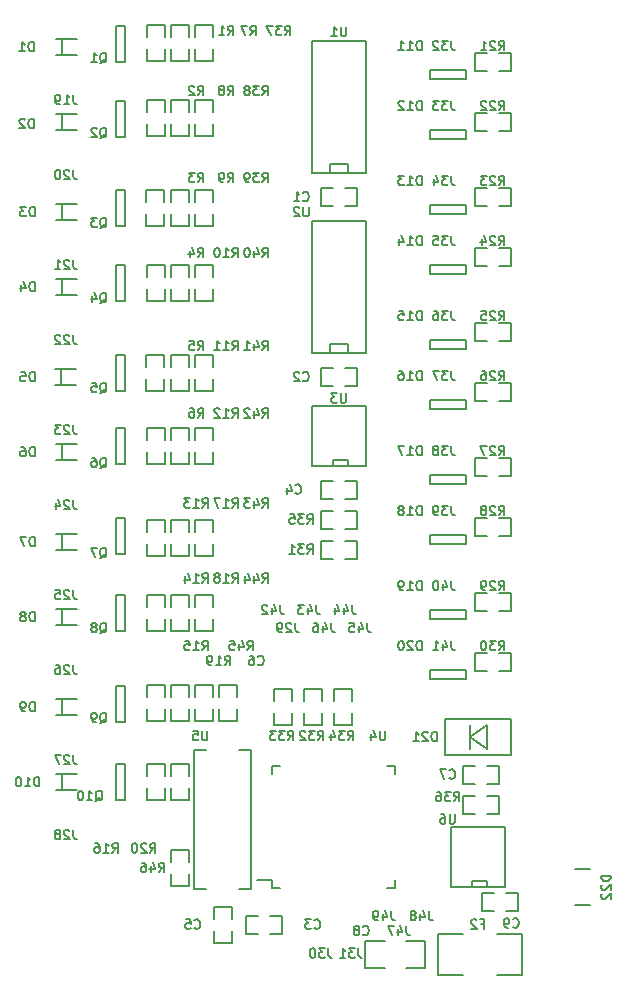
<source format=gbr>
G04 #@! TF.GenerationSoftware,KiCad,Pcbnew,5.0.1-33cea8e~67~ubuntu16.04.1*
G04 #@! TF.CreationDate,2018-10-24T20:39:20+02:00*
G04 #@! TF.ProjectId,motor_switch_3pole_5x,6D6F746F725F7377697463685F33706F,A*
G04 #@! TF.SameCoordinates,Original*
G04 #@! TF.FileFunction,Legend,Bot*
G04 #@! TF.FilePolarity,Positive*
%FSLAX46Y46*%
G04 Gerber Fmt 4.6, Leading zero omitted, Abs format (unit mm)*
G04 Created by KiCad (PCBNEW 5.0.1-33cea8e~67~ubuntu16.04.1) date Mi 24 Okt 2018 20:39:20 CEST*
%MOMM*%
%LPD*%
G01*
G04 APERTURE LIST*
%ADD10C,0.150000*%
G04 APERTURE END LIST*
D10*
G04 #@! TO.C,U1*
X168326000Y-64008000D02*
X168326000Y-52832000D01*
X163754000Y-64008000D02*
X168326000Y-64008000D01*
X163754000Y-52832000D02*
X163754000Y-64008000D01*
X168326000Y-52832000D02*
X163754000Y-52832000D01*
X165278000Y-63246000D02*
X165278000Y-64008000D01*
X166802000Y-63246000D02*
X165278000Y-63246000D01*
X166802000Y-64008000D02*
X166802000Y-63246000D01*
G04 #@! TO.C,U2*
X168326000Y-79248000D02*
X168326000Y-68072000D01*
X163754000Y-79248000D02*
X168326000Y-79248000D01*
X163754000Y-68072000D02*
X163754000Y-79248000D01*
X168326000Y-68072000D02*
X163754000Y-68072000D01*
X165278000Y-78486000D02*
X165278000Y-79248000D01*
X166802000Y-78486000D02*
X165278000Y-78486000D01*
X166802000Y-79248000D02*
X166802000Y-78486000D01*
G04 #@! TO.C,U3*
X165532000Y-88292000D02*
X165532000Y-88800000D01*
X166802000Y-88292000D02*
X165532000Y-88292000D01*
X166802000Y-88800000D02*
X166802000Y-88292000D01*
X163754000Y-88800000D02*
X168326000Y-88800000D01*
X163754000Y-83720000D02*
X163754000Y-88800000D01*
X168326000Y-83720000D02*
X163754000Y-83720000D01*
X168326000Y-88800000D02*
X168326000Y-83720000D01*
G04 #@! TO.C,U6*
X177292000Y-123952000D02*
X177292000Y-124460000D01*
X178562000Y-123952000D02*
X177292000Y-123952000D01*
X178562000Y-124460000D02*
X178562000Y-123952000D01*
X175514000Y-124460000D02*
X180086000Y-124460000D01*
X175514000Y-119380000D02*
X175514000Y-124460000D01*
X180086000Y-119380000D02*
X175514000Y-119380000D01*
X180086000Y-124460000D02*
X180086000Y-119380000D01*
G04 #@! TO.C,R20*
X153340000Y-117094000D02*
X153340000Y-116078000D01*
X151816000Y-117094000D02*
X153340000Y-117094000D01*
X151816000Y-116078000D02*
X151816000Y-117094000D01*
X151816000Y-114046000D02*
X151816000Y-115062000D01*
X153340000Y-114046000D02*
X151816000Y-114046000D01*
X153340000Y-115062000D02*
X153340000Y-114046000D01*
G04 #@! TO.C,R15*
X151308000Y-110390000D02*
X151308000Y-109374000D01*
X149784000Y-110390000D02*
X151308000Y-110390000D01*
X149784000Y-109374000D02*
X149784000Y-110390000D01*
X149784000Y-107342000D02*
X149784000Y-108358000D01*
X151308000Y-107342000D02*
X149784000Y-107342000D01*
X151308000Y-108358000D02*
X151308000Y-107342000D01*
G04 #@! TO.C,Q7*
X147193000Y-96266000D02*
X147955000Y-96266000D01*
X147193000Y-93218000D02*
X147193000Y-96266000D01*
X147955000Y-93218000D02*
X147193000Y-93218000D01*
X147955000Y-96266000D02*
X147955000Y-93218000D01*
G04 #@! TO.C,D11*
X173736000Y-55245000D02*
X173736000Y-56007000D01*
X176784000Y-55245000D02*
X173736000Y-55245000D01*
X176784000Y-56007000D02*
X176784000Y-55245000D01*
X173736000Y-56007000D02*
X176784000Y-56007000D01*
G04 #@! TO.C,D12*
X173736000Y-60325000D02*
X173736000Y-61087000D01*
X176784000Y-60325000D02*
X173736000Y-60325000D01*
X176784000Y-61087000D02*
X176784000Y-60325000D01*
X173736000Y-61087000D02*
X176784000Y-61087000D01*
G04 #@! TO.C,D13*
X173736000Y-66675000D02*
X173736000Y-67437000D01*
X176784000Y-66675000D02*
X173736000Y-66675000D01*
X176784000Y-67437000D02*
X176784000Y-66675000D01*
X173736000Y-67437000D02*
X176784000Y-67437000D01*
G04 #@! TO.C,D14*
X173736000Y-71755000D02*
X173736000Y-72517000D01*
X176784000Y-71755000D02*
X173736000Y-71755000D01*
X176784000Y-72517000D02*
X176784000Y-71755000D01*
X173736000Y-72517000D02*
X176784000Y-72517000D01*
G04 #@! TO.C,D15*
X173736000Y-78105000D02*
X173736000Y-78867000D01*
X176784000Y-78105000D02*
X173736000Y-78105000D01*
X176784000Y-78867000D02*
X176784000Y-78105000D01*
X173736000Y-78867000D02*
X176784000Y-78867000D01*
G04 #@! TO.C,D16*
X173736000Y-83185000D02*
X173736000Y-83947000D01*
X176784000Y-83185000D02*
X173736000Y-83185000D01*
X176784000Y-83947000D02*
X176784000Y-83185000D01*
X173736000Y-83947000D02*
X176784000Y-83947000D01*
G04 #@! TO.C,D17*
X173736000Y-89535000D02*
X173736000Y-90297000D01*
X176784000Y-89535000D02*
X173736000Y-89535000D01*
X176784000Y-90297000D02*
X176784000Y-89535000D01*
X173736000Y-90297000D02*
X176784000Y-90297000D01*
G04 #@! TO.C,D18*
X173736000Y-94615000D02*
X173736000Y-95377000D01*
X176784000Y-94615000D02*
X173736000Y-94615000D01*
X176784000Y-95377000D02*
X176784000Y-94615000D01*
X173736000Y-95377000D02*
X176784000Y-95377000D01*
G04 #@! TO.C,D19*
X173736000Y-100965000D02*
X173736000Y-101727000D01*
X176784000Y-100965000D02*
X173736000Y-100965000D01*
X176784000Y-101727000D02*
X176784000Y-100965000D01*
X173736000Y-101727000D02*
X176784000Y-101727000D01*
G04 #@! TO.C,D20*
X173736000Y-106045000D02*
X173736000Y-106807000D01*
X176784000Y-106045000D02*
X173736000Y-106045000D01*
X176784000Y-106807000D02*
X176784000Y-106045000D01*
X173736000Y-106807000D02*
X176784000Y-106807000D01*
G04 #@! TO.C,D22*
X187340000Y-125960000D02*
X186040000Y-125960000D01*
X187340000Y-122960000D02*
X186040000Y-122960000D01*
G04 #@! TO.C,F2*
X181530600Y-131927600D02*
X179447800Y-131927600D01*
X181530600Y-128447800D02*
X181530600Y-131927600D01*
X179447800Y-128447800D02*
X181530600Y-128447800D01*
X174444000Y-131927600D02*
X176526800Y-131927600D01*
X174444000Y-128447800D02*
X174444000Y-131927600D01*
X176526800Y-128447800D02*
X174444000Y-128447800D01*
G04 #@! TO.C,Q1*
X147193000Y-54610000D02*
X147955000Y-54610000D01*
X147193000Y-51562000D02*
X147193000Y-54610000D01*
X147955000Y-51562000D02*
X147193000Y-51562000D01*
X147955000Y-54610000D02*
X147955000Y-51562000D01*
G04 #@! TO.C,Q2*
X147193000Y-60960000D02*
X147955000Y-60960000D01*
X147193000Y-57912000D02*
X147193000Y-60960000D01*
X147955000Y-57912000D02*
X147193000Y-57912000D01*
X147955000Y-60960000D02*
X147955000Y-57912000D01*
G04 #@! TO.C,Q3*
X147193000Y-68453000D02*
X147955000Y-68453000D01*
X147193000Y-65405000D02*
X147193000Y-68453000D01*
X147955000Y-65405000D02*
X147193000Y-65405000D01*
X147955000Y-68453000D02*
X147955000Y-65405000D01*
G04 #@! TO.C,Q4*
X147193000Y-74803000D02*
X147955000Y-74803000D01*
X147193000Y-71755000D02*
X147193000Y-74803000D01*
X147955000Y-71755000D02*
X147193000Y-71755000D01*
X147955000Y-74803000D02*
X147955000Y-71755000D01*
G04 #@! TO.C,Q5*
X147193000Y-82423000D02*
X147955000Y-82423000D01*
X147193000Y-79375000D02*
X147193000Y-82423000D01*
X147955000Y-79375000D02*
X147193000Y-79375000D01*
X147955000Y-82423000D02*
X147955000Y-79375000D01*
G04 #@! TO.C,Q6*
X147193000Y-88673000D02*
X147955000Y-88673000D01*
X147193000Y-85625000D02*
X147193000Y-88673000D01*
X147955000Y-85625000D02*
X147193000Y-85625000D01*
X147955000Y-88673000D02*
X147955000Y-85625000D01*
G04 #@! TO.C,Q8*
X147193000Y-102743000D02*
X147955000Y-102743000D01*
X147193000Y-99695000D02*
X147193000Y-102743000D01*
X147955000Y-99695000D02*
X147193000Y-99695000D01*
X147955000Y-102743000D02*
X147955000Y-99695000D01*
G04 #@! TO.C,Q9*
X147193000Y-110490000D02*
X147955000Y-110490000D01*
X147193000Y-107442000D02*
X147193000Y-110490000D01*
X147955000Y-107442000D02*
X147193000Y-107442000D01*
X147955000Y-110490000D02*
X147955000Y-107442000D01*
G04 #@! TO.C,Q10*
X147193000Y-117094000D02*
X147955000Y-117094000D01*
X147193000Y-114046000D02*
X147193000Y-117094000D01*
X147955000Y-114046000D02*
X147193000Y-114046000D01*
X147955000Y-117094000D02*
X147955000Y-114046000D01*
G04 #@! TO.C,C1*
X164516000Y-66802000D02*
X165532000Y-66802000D01*
X164516000Y-65278000D02*
X164516000Y-66802000D01*
X165532000Y-65278000D02*
X164516000Y-65278000D01*
X167564000Y-65278000D02*
X166548000Y-65278000D01*
X167564000Y-66802000D02*
X167564000Y-65278000D01*
X166548000Y-66802000D02*
X167564000Y-66802000D01*
G04 #@! TO.C,C2*
X164516000Y-82042000D02*
X165532000Y-82042000D01*
X164516000Y-80518000D02*
X164516000Y-82042000D01*
X165532000Y-80518000D02*
X164516000Y-80518000D01*
X167564000Y-80518000D02*
X166548000Y-80518000D01*
X167564000Y-82042000D02*
X167564000Y-80518000D01*
X166548000Y-82042000D02*
X167564000Y-82042000D01*
G04 #@! TO.C,C3*
X161226500Y-126873000D02*
X160210500Y-126873000D01*
X161226500Y-128397000D02*
X161226500Y-126873000D01*
X160210500Y-128397000D02*
X161226500Y-128397000D01*
X158178500Y-128397000D02*
X159194500Y-128397000D01*
X158178500Y-126873000D02*
X158178500Y-128397000D01*
X159194500Y-126873000D02*
X158178500Y-126873000D01*
G04 #@! TO.C,C4*
X164516000Y-91567000D02*
X165532000Y-91567000D01*
X164516000Y-90043000D02*
X164516000Y-91567000D01*
X165532000Y-90043000D02*
X164516000Y-90043000D01*
X167564000Y-90043000D02*
X166548000Y-90043000D01*
X167564000Y-91567000D02*
X167564000Y-90043000D01*
X166548000Y-91567000D02*
X167564000Y-91567000D01*
G04 #@! TO.C,C5*
X156972000Y-129159000D02*
X156972000Y-128143000D01*
X155448000Y-129159000D02*
X156972000Y-129159000D01*
X155448000Y-128143000D02*
X155448000Y-129159000D01*
X155448000Y-126111000D02*
X155448000Y-127127000D01*
X156972000Y-126111000D02*
X155448000Y-126111000D01*
X156972000Y-127127000D02*
X156972000Y-126111000D01*
G04 #@! TO.C,C6*
X155880000Y-107342000D02*
X155880000Y-108358000D01*
X157404000Y-107342000D02*
X155880000Y-107342000D01*
X157404000Y-108358000D02*
X157404000Y-107342000D01*
X157404000Y-110390000D02*
X157404000Y-109374000D01*
X155880000Y-110390000D02*
X157404000Y-110390000D01*
X155880000Y-109374000D02*
X155880000Y-110390000D01*
G04 #@! TO.C,C7*
X179641500Y-114173000D02*
X178625500Y-114173000D01*
X179641500Y-115697000D02*
X179641500Y-114173000D01*
X178625500Y-115697000D02*
X179641500Y-115697000D01*
X176593500Y-115697000D02*
X177609500Y-115697000D01*
X176593500Y-114173000D02*
X176593500Y-115697000D01*
X177609500Y-114173000D02*
X176593500Y-114173000D01*
G04 #@! TO.C,C8*
X169926000Y-131318000D02*
X168275000Y-131318000D01*
X173355000Y-129032000D02*
X171704000Y-129032000D01*
X173355000Y-131318000D02*
X173355000Y-129032000D01*
X171704000Y-131318000D02*
X173355000Y-131318000D01*
X168275000Y-129032000D02*
X169926000Y-129032000D01*
X168275000Y-131318000D02*
X168275000Y-129032000D01*
G04 #@! TO.C,C9*
X181216500Y-124968000D02*
X180200500Y-124968000D01*
X181216500Y-126492000D02*
X181216500Y-124968000D01*
X180200500Y-126492000D02*
X181216500Y-126492000D01*
X178168500Y-126492000D02*
X179184500Y-126492000D01*
X178168500Y-124968000D02*
X178168500Y-126492000D01*
X179184500Y-124968000D02*
X178168500Y-124968000D01*
G04 #@! TO.C,D1*
X142069820Y-54015640D02*
X143868140Y-54015640D01*
X143868140Y-52664360D02*
X142069820Y-52664360D01*
X142618460Y-52664360D02*
X142618460Y-54015640D01*
G04 #@! TO.C,D2*
X142069820Y-60365640D02*
X143868140Y-60365640D01*
X143868140Y-59014360D02*
X142069820Y-59014360D01*
X142618460Y-59014360D02*
X142618460Y-60365640D01*
G04 #@! TO.C,D3*
X142069820Y-67985640D02*
X143868140Y-67985640D01*
X143868140Y-66634360D02*
X142069820Y-66634360D01*
X142618460Y-66634360D02*
X142618460Y-67985640D01*
G04 #@! TO.C,D4*
X142069820Y-74335640D02*
X143868140Y-74335640D01*
X143868140Y-72984360D02*
X142069820Y-72984360D01*
X142618460Y-72984360D02*
X142618460Y-74335640D01*
G04 #@! TO.C,D5*
X141975840Y-81955640D02*
X143774160Y-81955640D01*
X143774160Y-80604360D02*
X141975840Y-80604360D01*
X142524480Y-80604360D02*
X142524480Y-81955640D01*
G04 #@! TO.C,D6*
X142069820Y-88305640D02*
X143868140Y-88305640D01*
X143868140Y-86954360D02*
X142069820Y-86954360D01*
X142618460Y-86954360D02*
X142618460Y-88305640D01*
G04 #@! TO.C,D7*
X142069820Y-95925640D02*
X143868140Y-95925640D01*
X143868140Y-94574360D02*
X142069820Y-94574360D01*
X142618460Y-94574360D02*
X142618460Y-95925640D01*
G04 #@! TO.C,D8*
X142069820Y-102275640D02*
X143868140Y-102275640D01*
X143868140Y-100924360D02*
X142069820Y-100924360D01*
X142618460Y-100924360D02*
X142618460Y-102275640D01*
G04 #@! TO.C,D9*
X142069820Y-109895640D02*
X143868140Y-109895640D01*
X143868140Y-108544360D02*
X142069820Y-108544360D01*
X142618460Y-108544360D02*
X142618460Y-109895640D01*
G04 #@! TO.C,D10*
X142069820Y-116245640D02*
X143868140Y-116245640D01*
X143868140Y-114894360D02*
X142069820Y-114894360D01*
X142618460Y-114894360D02*
X142618460Y-116245640D01*
G04 #@! TO.C,D21*
X177165000Y-111760000D02*
X178562000Y-110744000D01*
X178562000Y-112776000D02*
X177165000Y-111760000D01*
X178562000Y-110744000D02*
X178562000Y-112776000D01*
X177165000Y-110744000D02*
X177165000Y-112776000D01*
X175006000Y-110236000D02*
X175006000Y-113284000D01*
X180594000Y-113284000D02*
X180594000Y-110236000D01*
X180594000Y-110236000D02*
X175006000Y-110236000D01*
X175006000Y-113284000D02*
X180594000Y-113284000D01*
G04 #@! TO.C,R1*
X151308000Y-54510000D02*
X151308000Y-53494000D01*
X149784000Y-54510000D02*
X151308000Y-54510000D01*
X149784000Y-53494000D02*
X149784000Y-54510000D01*
X149784000Y-51462000D02*
X149784000Y-52478000D01*
X151308000Y-51462000D02*
X149784000Y-51462000D01*
X151308000Y-52478000D02*
X151308000Y-51462000D01*
G04 #@! TO.C,R2*
X151308000Y-60896500D02*
X151308000Y-59880500D01*
X149784000Y-60896500D02*
X151308000Y-60896500D01*
X149784000Y-59880500D02*
X149784000Y-60896500D01*
X149784000Y-57848500D02*
X149784000Y-58864500D01*
X151308000Y-57848500D02*
X149784000Y-57848500D01*
X151308000Y-58864500D02*
X151308000Y-57848500D01*
G04 #@! TO.C,R3*
X151257000Y-68480000D02*
X151257000Y-67464000D01*
X149733000Y-68480000D02*
X151257000Y-68480000D01*
X149733000Y-67464000D02*
X149733000Y-68480000D01*
X149733000Y-65432000D02*
X149733000Y-66448000D01*
X151257000Y-65432000D02*
X149733000Y-65432000D01*
X151257000Y-66448000D02*
X151257000Y-65432000D01*
G04 #@! TO.C,R4*
X151308000Y-74830000D02*
X151308000Y-73814000D01*
X149784000Y-74830000D02*
X151308000Y-74830000D01*
X149784000Y-73814000D02*
X149784000Y-74830000D01*
X149784000Y-71782000D02*
X149784000Y-72798000D01*
X151308000Y-71782000D02*
X149784000Y-71782000D01*
X151308000Y-72798000D02*
X151308000Y-71782000D01*
G04 #@! TO.C,R5*
X151257000Y-82486500D02*
X151257000Y-81470500D01*
X149733000Y-82486500D02*
X151257000Y-82486500D01*
X149733000Y-81470500D02*
X149733000Y-82486500D01*
X149733000Y-79438500D02*
X149733000Y-80454500D01*
X151257000Y-79438500D02*
X149733000Y-79438500D01*
X151257000Y-80454500D02*
X151257000Y-79438500D01*
G04 #@! TO.C,R6*
X151308000Y-88673000D02*
X151308000Y-87657000D01*
X149784000Y-88673000D02*
X151308000Y-88673000D01*
X149784000Y-87657000D02*
X149784000Y-88673000D01*
X149784000Y-85625000D02*
X149784000Y-86641000D01*
X151308000Y-85625000D02*
X149784000Y-85625000D01*
X151308000Y-86641000D02*
X151308000Y-85625000D01*
G04 #@! TO.C,R7*
X153340000Y-54510000D02*
X153340000Y-53494000D01*
X151816000Y-54510000D02*
X153340000Y-54510000D01*
X151816000Y-53494000D02*
X151816000Y-54510000D01*
X151816000Y-51462000D02*
X151816000Y-52478000D01*
X153340000Y-51462000D02*
X151816000Y-51462000D01*
X153340000Y-52478000D02*
X153340000Y-51462000D01*
G04 #@! TO.C,R8*
X153340000Y-60896500D02*
X153340000Y-59880500D01*
X151816000Y-60896500D02*
X153340000Y-60896500D01*
X151816000Y-59880500D02*
X151816000Y-60896500D01*
X151816000Y-57848500D02*
X151816000Y-58864500D01*
X153340000Y-57848500D02*
X151816000Y-57848500D01*
X153340000Y-58864500D02*
X153340000Y-57848500D01*
G04 #@! TO.C,R9*
X153340000Y-68480000D02*
X153340000Y-67464000D01*
X151816000Y-68480000D02*
X153340000Y-68480000D01*
X151816000Y-67464000D02*
X151816000Y-68480000D01*
X151816000Y-65432000D02*
X151816000Y-66448000D01*
X153340000Y-65432000D02*
X151816000Y-65432000D01*
X153340000Y-66448000D02*
X153340000Y-65432000D01*
G04 #@! TO.C,R10*
X153340000Y-74830000D02*
X153340000Y-73814000D01*
X151816000Y-74830000D02*
X153340000Y-74830000D01*
X151816000Y-73814000D02*
X151816000Y-74830000D01*
X151816000Y-71782000D02*
X151816000Y-72798000D01*
X153340000Y-71782000D02*
X151816000Y-71782000D01*
X153340000Y-72798000D02*
X153340000Y-71782000D01*
G04 #@! TO.C,R11*
X153340000Y-82486500D02*
X153340000Y-81470500D01*
X151816000Y-82486500D02*
X153340000Y-82486500D01*
X151816000Y-81470500D02*
X151816000Y-82486500D01*
X151816000Y-79438500D02*
X151816000Y-80454500D01*
X153340000Y-79438500D02*
X151816000Y-79438500D01*
X153340000Y-80454500D02*
X153340000Y-79438500D01*
G04 #@! TO.C,R12*
X153340000Y-88673000D02*
X153340000Y-87657000D01*
X151816000Y-88673000D02*
X153340000Y-88673000D01*
X151816000Y-87657000D02*
X151816000Y-88673000D01*
X151816000Y-85625000D02*
X151816000Y-86641000D01*
X153340000Y-85625000D02*
X151816000Y-85625000D01*
X153340000Y-86641000D02*
X153340000Y-85625000D01*
G04 #@! TO.C,R13*
X151308000Y-96420000D02*
X151308000Y-95404000D01*
X149784000Y-96420000D02*
X151308000Y-96420000D01*
X149784000Y-95404000D02*
X149784000Y-96420000D01*
X149784000Y-93372000D02*
X149784000Y-94388000D01*
X151308000Y-93372000D02*
X149784000Y-93372000D01*
X151308000Y-94388000D02*
X151308000Y-93372000D01*
G04 #@! TO.C,R14*
X151308000Y-102770000D02*
X151308000Y-101754000D01*
X149784000Y-102770000D02*
X151308000Y-102770000D01*
X149784000Y-101754000D02*
X149784000Y-102770000D01*
X149784000Y-99722000D02*
X149784000Y-100738000D01*
X151308000Y-99722000D02*
X149784000Y-99722000D01*
X151308000Y-100738000D02*
X151308000Y-99722000D01*
G04 #@! TO.C,R16*
X151308000Y-117094000D02*
X151308000Y-116078000D01*
X149784000Y-117094000D02*
X151308000Y-117094000D01*
X149784000Y-116078000D02*
X149784000Y-117094000D01*
X149784000Y-114046000D02*
X149784000Y-115062000D01*
X151308000Y-114046000D02*
X149784000Y-114046000D01*
X151308000Y-115062000D02*
X151308000Y-114046000D01*
G04 #@! TO.C,R17*
X153340000Y-96420000D02*
X153340000Y-95404000D01*
X151816000Y-96420000D02*
X153340000Y-96420000D01*
X151816000Y-95404000D02*
X151816000Y-96420000D01*
X151816000Y-93372000D02*
X151816000Y-94388000D01*
X153340000Y-93372000D02*
X151816000Y-93372000D01*
X153340000Y-94388000D02*
X153340000Y-93372000D01*
G04 #@! TO.C,R18*
X153340000Y-102770000D02*
X153340000Y-101754000D01*
X151816000Y-102770000D02*
X153340000Y-102770000D01*
X151816000Y-101754000D02*
X151816000Y-102770000D01*
X151816000Y-99722000D02*
X151816000Y-100738000D01*
X153340000Y-99722000D02*
X151816000Y-99722000D01*
X153340000Y-100738000D02*
X153340000Y-99722000D01*
G04 #@! TO.C,R19*
X153340000Y-110390000D02*
X153340000Y-109374000D01*
X151816000Y-110390000D02*
X153340000Y-110390000D01*
X151816000Y-109374000D02*
X151816000Y-110390000D01*
X151816000Y-107342000D02*
X151816000Y-108358000D01*
X153340000Y-107342000D02*
X151816000Y-107342000D01*
X153340000Y-108358000D02*
X153340000Y-107342000D01*
G04 #@! TO.C,R21*
X180594000Y-53848000D02*
X179578000Y-53848000D01*
X180594000Y-55372000D02*
X180594000Y-53848000D01*
X179578000Y-55372000D02*
X180594000Y-55372000D01*
X177546000Y-55372000D02*
X178562000Y-55372000D01*
X177546000Y-53848000D02*
X177546000Y-55372000D01*
X178562000Y-53848000D02*
X177546000Y-53848000D01*
G04 #@! TO.C,R22*
X180594000Y-58928000D02*
X179578000Y-58928000D01*
X180594000Y-60452000D02*
X180594000Y-58928000D01*
X179578000Y-60452000D02*
X180594000Y-60452000D01*
X177546000Y-60452000D02*
X178562000Y-60452000D01*
X177546000Y-58928000D02*
X177546000Y-60452000D01*
X178562000Y-58928000D02*
X177546000Y-58928000D01*
G04 #@! TO.C,R23*
X180594000Y-65278000D02*
X179578000Y-65278000D01*
X180594000Y-66802000D02*
X180594000Y-65278000D01*
X179578000Y-66802000D02*
X180594000Y-66802000D01*
X177546000Y-66802000D02*
X178562000Y-66802000D01*
X177546000Y-65278000D02*
X177546000Y-66802000D01*
X178562000Y-65278000D02*
X177546000Y-65278000D01*
G04 #@! TO.C,R24*
X180594000Y-70358000D02*
X179578000Y-70358000D01*
X180594000Y-71882000D02*
X180594000Y-70358000D01*
X179578000Y-71882000D02*
X180594000Y-71882000D01*
X177546000Y-71882000D02*
X178562000Y-71882000D01*
X177546000Y-70358000D02*
X177546000Y-71882000D01*
X178562000Y-70358000D02*
X177546000Y-70358000D01*
G04 #@! TO.C,R25*
X180594000Y-76708000D02*
X179578000Y-76708000D01*
X180594000Y-78232000D02*
X180594000Y-76708000D01*
X179578000Y-78232000D02*
X180594000Y-78232000D01*
X177546000Y-78232000D02*
X178562000Y-78232000D01*
X177546000Y-76708000D02*
X177546000Y-78232000D01*
X178562000Y-76708000D02*
X177546000Y-76708000D01*
G04 #@! TO.C,R26*
X180594000Y-81788000D02*
X179578000Y-81788000D01*
X180594000Y-83312000D02*
X180594000Y-81788000D01*
X179578000Y-83312000D02*
X180594000Y-83312000D01*
X177546000Y-83312000D02*
X178562000Y-83312000D01*
X177546000Y-81788000D02*
X177546000Y-83312000D01*
X178562000Y-81788000D02*
X177546000Y-81788000D01*
G04 #@! TO.C,R27*
X180594000Y-88138000D02*
X179578000Y-88138000D01*
X180594000Y-89662000D02*
X180594000Y-88138000D01*
X179578000Y-89662000D02*
X180594000Y-89662000D01*
X177546000Y-89662000D02*
X178562000Y-89662000D01*
X177546000Y-88138000D02*
X177546000Y-89662000D01*
X178562000Y-88138000D02*
X177546000Y-88138000D01*
G04 #@! TO.C,R28*
X180594000Y-93218000D02*
X179578000Y-93218000D01*
X180594000Y-94742000D02*
X180594000Y-93218000D01*
X179578000Y-94742000D02*
X180594000Y-94742000D01*
X177546000Y-94742000D02*
X178562000Y-94742000D01*
X177546000Y-93218000D02*
X177546000Y-94742000D01*
X178562000Y-93218000D02*
X177546000Y-93218000D01*
G04 #@! TO.C,R29*
X180594000Y-99568000D02*
X179578000Y-99568000D01*
X180594000Y-101092000D02*
X180594000Y-99568000D01*
X179578000Y-101092000D02*
X180594000Y-101092000D01*
X177546000Y-101092000D02*
X178562000Y-101092000D01*
X177546000Y-99568000D02*
X177546000Y-101092000D01*
X178562000Y-99568000D02*
X177546000Y-99568000D01*
G04 #@! TO.C,R30*
X180594000Y-104648000D02*
X179578000Y-104648000D01*
X180594000Y-106172000D02*
X180594000Y-104648000D01*
X179578000Y-106172000D02*
X180594000Y-106172000D01*
X177546000Y-106172000D02*
X178562000Y-106172000D01*
X177546000Y-104648000D02*
X177546000Y-106172000D01*
X178562000Y-104648000D02*
X177546000Y-104648000D01*
G04 #@! TO.C,R31*
X164516000Y-96647000D02*
X165532000Y-96647000D01*
X164516000Y-95123000D02*
X164516000Y-96647000D01*
X165532000Y-95123000D02*
X164516000Y-95123000D01*
X167564000Y-95123000D02*
X166548000Y-95123000D01*
X167564000Y-96647000D02*
X167564000Y-95123000D01*
X166548000Y-96647000D02*
X167564000Y-96647000D01*
G04 #@! TO.C,R32*
X163068000Y-107696000D02*
X163068000Y-108712000D01*
X164592000Y-107696000D02*
X163068000Y-107696000D01*
X164592000Y-108712000D02*
X164592000Y-107696000D01*
X164592000Y-110744000D02*
X164592000Y-109728000D01*
X163068000Y-110744000D02*
X164592000Y-110744000D01*
X163068000Y-109728000D02*
X163068000Y-110744000D01*
G04 #@! TO.C,R33*
X160528000Y-107696000D02*
X160528000Y-108712000D01*
X162052000Y-107696000D02*
X160528000Y-107696000D01*
X162052000Y-108712000D02*
X162052000Y-107696000D01*
X162052000Y-110744000D02*
X162052000Y-109728000D01*
X160528000Y-110744000D02*
X162052000Y-110744000D01*
X160528000Y-109728000D02*
X160528000Y-110744000D01*
G04 #@! TO.C,R34*
X165608000Y-107696000D02*
X165608000Y-108712000D01*
X167132000Y-107696000D02*
X165608000Y-107696000D01*
X167132000Y-108712000D02*
X167132000Y-107696000D01*
X167132000Y-110744000D02*
X167132000Y-109728000D01*
X165608000Y-110744000D02*
X167132000Y-110744000D01*
X165608000Y-109728000D02*
X165608000Y-110744000D01*
G04 #@! TO.C,R35*
X164516000Y-94107000D02*
X165532000Y-94107000D01*
X164516000Y-92583000D02*
X164516000Y-94107000D01*
X165532000Y-92583000D02*
X164516000Y-92583000D01*
X167564000Y-92583000D02*
X166548000Y-92583000D01*
X167564000Y-94107000D02*
X167564000Y-92583000D01*
X166548000Y-94107000D02*
X167564000Y-94107000D01*
G04 #@! TO.C,R36*
X176593500Y-118237000D02*
X177609500Y-118237000D01*
X176593500Y-116713000D02*
X176593500Y-118237000D01*
X177609500Y-116713000D02*
X176593500Y-116713000D01*
X179641500Y-116713000D02*
X178625500Y-116713000D01*
X179641500Y-118237000D02*
X179641500Y-116713000D01*
X178625500Y-118237000D02*
X179641500Y-118237000D01*
G04 #@! TO.C,U5*
X158610300Y-112844580D02*
X158610300Y-124645420D01*
X153809700Y-124645420D02*
X153809700Y-112844580D01*
X153809700Y-112844580D02*
X154810460Y-112844580D01*
X158610300Y-112844580D02*
X157609540Y-112844580D01*
X158610300Y-124645420D02*
X157609540Y-124645420D01*
X153809700Y-124645420D02*
X154810460Y-124645420D01*
G04 #@! TO.C,U4*
X160420000Y-123880000D02*
X159145000Y-123880000D01*
X170770000Y-124555000D02*
X170095000Y-124555000D01*
X170770000Y-114205000D02*
X170095000Y-114205000D01*
X160420000Y-114205000D02*
X161095000Y-114205000D01*
X160420000Y-124555000D02*
X161095000Y-124555000D01*
X160420000Y-114205000D02*
X160420000Y-114880000D01*
X170770000Y-114205000D02*
X170770000Y-114880000D01*
X170770000Y-124555000D02*
X170770000Y-123880000D01*
X160420000Y-124555000D02*
X160420000Y-123880000D01*
G04 #@! TO.C,R37*
X153848000Y-51462000D02*
X153848000Y-52478000D01*
X155372000Y-51462000D02*
X153848000Y-51462000D01*
X155372000Y-52478000D02*
X155372000Y-51462000D01*
X155372000Y-54510000D02*
X155372000Y-53494000D01*
X153848000Y-54510000D02*
X155372000Y-54510000D01*
X153848000Y-53494000D02*
X153848000Y-54510000D01*
G04 #@! TO.C,R38*
X153848000Y-57812000D02*
X153848000Y-58828000D01*
X155372000Y-57812000D02*
X153848000Y-57812000D01*
X155372000Y-58828000D02*
X155372000Y-57812000D01*
X155372000Y-60860000D02*
X155372000Y-59844000D01*
X153848000Y-60860000D02*
X155372000Y-60860000D01*
X153848000Y-59844000D02*
X153848000Y-60860000D01*
G04 #@! TO.C,R39*
X153848000Y-65432000D02*
X153848000Y-66448000D01*
X155372000Y-65432000D02*
X153848000Y-65432000D01*
X155372000Y-66448000D02*
X155372000Y-65432000D01*
X155372000Y-68480000D02*
X155372000Y-67464000D01*
X153848000Y-68480000D02*
X155372000Y-68480000D01*
X153848000Y-67464000D02*
X153848000Y-68480000D01*
G04 #@! TO.C,R40*
X153848000Y-71782000D02*
X153848000Y-72798000D01*
X155372000Y-71782000D02*
X153848000Y-71782000D01*
X155372000Y-72798000D02*
X155372000Y-71782000D01*
X155372000Y-74830000D02*
X155372000Y-73814000D01*
X153848000Y-74830000D02*
X155372000Y-74830000D01*
X153848000Y-73814000D02*
X153848000Y-74830000D01*
G04 #@! TO.C,R41*
X153848000Y-79402000D02*
X153848000Y-80418000D01*
X155372000Y-79402000D02*
X153848000Y-79402000D01*
X155372000Y-80418000D02*
X155372000Y-79402000D01*
X155372000Y-82450000D02*
X155372000Y-81434000D01*
X153848000Y-82450000D02*
X155372000Y-82450000D01*
X153848000Y-81434000D02*
X153848000Y-82450000D01*
G04 #@! TO.C,R42*
X153848000Y-85625000D02*
X153848000Y-86641000D01*
X155372000Y-85625000D02*
X153848000Y-85625000D01*
X155372000Y-86641000D02*
X155372000Y-85625000D01*
X155372000Y-88673000D02*
X155372000Y-87657000D01*
X153848000Y-88673000D02*
X155372000Y-88673000D01*
X153848000Y-87657000D02*
X153848000Y-88673000D01*
G04 #@! TO.C,R43*
X153848000Y-93372000D02*
X153848000Y-94388000D01*
X155372000Y-93372000D02*
X153848000Y-93372000D01*
X155372000Y-94388000D02*
X155372000Y-93372000D01*
X155372000Y-96420000D02*
X155372000Y-95404000D01*
X153848000Y-96420000D02*
X155372000Y-96420000D01*
X153848000Y-95404000D02*
X153848000Y-96420000D01*
G04 #@! TO.C,R44*
X153848000Y-99722000D02*
X153848000Y-100738000D01*
X155372000Y-99722000D02*
X153848000Y-99722000D01*
X155372000Y-100738000D02*
X155372000Y-99722000D01*
X155372000Y-102770000D02*
X155372000Y-101754000D01*
X153848000Y-102770000D02*
X155372000Y-102770000D01*
X153848000Y-101754000D02*
X153848000Y-102770000D01*
G04 #@! TO.C,R45*
X153848000Y-107342000D02*
X153848000Y-108358000D01*
X155372000Y-107342000D02*
X153848000Y-107342000D01*
X155372000Y-108358000D02*
X155372000Y-107342000D01*
X155372000Y-110390000D02*
X155372000Y-109374000D01*
X153848000Y-110390000D02*
X155372000Y-110390000D01*
X153848000Y-109374000D02*
X153848000Y-110390000D01*
G04 #@! TO.C,R46*
X153340000Y-124360000D02*
X153340000Y-123344000D01*
X151816000Y-124360000D02*
X153340000Y-124360000D01*
X151816000Y-123344000D02*
X151816000Y-124360000D01*
X151816000Y-121312000D02*
X151816000Y-122328000D01*
X153340000Y-121312000D02*
X151816000Y-121312000D01*
X153340000Y-122328000D02*
X153340000Y-121312000D01*
G04 #@! TO.C,U1*
X166649523Y-51631904D02*
X166649523Y-52279523D01*
X166611428Y-52355714D01*
X166573333Y-52393809D01*
X166497142Y-52431904D01*
X166344761Y-52431904D01*
X166268571Y-52393809D01*
X166230476Y-52355714D01*
X166192380Y-52279523D01*
X166192380Y-51631904D01*
X165392380Y-52431904D02*
X165849523Y-52431904D01*
X165620952Y-52431904D02*
X165620952Y-51631904D01*
X165697142Y-51746190D01*
X165773333Y-51822380D01*
X165849523Y-51860476D01*
G04 #@! TO.C,U2*
X163474523Y-66871904D02*
X163474523Y-67519523D01*
X163436428Y-67595714D01*
X163398333Y-67633809D01*
X163322142Y-67671904D01*
X163169761Y-67671904D01*
X163093571Y-67633809D01*
X163055476Y-67595714D01*
X163017380Y-67519523D01*
X163017380Y-66871904D01*
X162674523Y-66948095D02*
X162636428Y-66910000D01*
X162560238Y-66871904D01*
X162369761Y-66871904D01*
X162293571Y-66910000D01*
X162255476Y-66948095D01*
X162217380Y-67024285D01*
X162217380Y-67100476D01*
X162255476Y-67214761D01*
X162712619Y-67671904D01*
X162217380Y-67671904D01*
G04 #@! TO.C,U3*
X166649523Y-82646904D02*
X166649523Y-83294523D01*
X166611428Y-83370714D01*
X166573333Y-83408809D01*
X166497142Y-83446904D01*
X166344761Y-83446904D01*
X166268571Y-83408809D01*
X166230476Y-83370714D01*
X166192380Y-83294523D01*
X166192380Y-82646904D01*
X165887619Y-82646904D02*
X165392380Y-82646904D01*
X165659047Y-82951666D01*
X165544761Y-82951666D01*
X165468571Y-82989761D01*
X165430476Y-83027857D01*
X165392380Y-83104047D01*
X165392380Y-83294523D01*
X165430476Y-83370714D01*
X165468571Y-83408809D01*
X165544761Y-83446904D01*
X165773333Y-83446904D01*
X165849523Y-83408809D01*
X165887619Y-83370714D01*
G04 #@! TO.C,U6*
X175869523Y-118306904D02*
X175869523Y-118954523D01*
X175831428Y-119030714D01*
X175793333Y-119068809D01*
X175717142Y-119106904D01*
X175564761Y-119106904D01*
X175488571Y-119068809D01*
X175450476Y-119030714D01*
X175412380Y-118954523D01*
X175412380Y-118306904D01*
X174688571Y-118306904D02*
X174840952Y-118306904D01*
X174917142Y-118345000D01*
X174955238Y-118383095D01*
X175031428Y-118497380D01*
X175069523Y-118649761D01*
X175069523Y-118954523D01*
X175031428Y-119030714D01*
X174993333Y-119068809D01*
X174917142Y-119106904D01*
X174764761Y-119106904D01*
X174688571Y-119068809D01*
X174650476Y-119030714D01*
X174612380Y-118954523D01*
X174612380Y-118764047D01*
X174650476Y-118687857D01*
X174688571Y-118649761D01*
X174764761Y-118611666D01*
X174917142Y-118611666D01*
X174993333Y-118649761D01*
X175031428Y-118687857D01*
X175069523Y-118764047D01*
G04 #@! TO.C,R20*
X150044285Y-121546904D02*
X150310952Y-121165952D01*
X150501428Y-121546904D02*
X150501428Y-120746904D01*
X150196666Y-120746904D01*
X150120476Y-120785000D01*
X150082380Y-120823095D01*
X150044285Y-120899285D01*
X150044285Y-121013571D01*
X150082380Y-121089761D01*
X150120476Y-121127857D01*
X150196666Y-121165952D01*
X150501428Y-121165952D01*
X149739523Y-120823095D02*
X149701428Y-120785000D01*
X149625238Y-120746904D01*
X149434761Y-120746904D01*
X149358571Y-120785000D01*
X149320476Y-120823095D01*
X149282380Y-120899285D01*
X149282380Y-120975476D01*
X149320476Y-121089761D01*
X149777619Y-121546904D01*
X149282380Y-121546904D01*
X148787142Y-120746904D02*
X148710952Y-120746904D01*
X148634761Y-120785000D01*
X148596666Y-120823095D01*
X148558571Y-120899285D01*
X148520476Y-121051666D01*
X148520476Y-121242142D01*
X148558571Y-121394523D01*
X148596666Y-121470714D01*
X148634761Y-121508809D01*
X148710952Y-121546904D01*
X148787142Y-121546904D01*
X148863333Y-121508809D01*
X148901428Y-121470714D01*
X148939523Y-121394523D01*
X148977619Y-121242142D01*
X148977619Y-121051666D01*
X148939523Y-120899285D01*
X148901428Y-120823095D01*
X148863333Y-120785000D01*
X148787142Y-120746904D01*
G04 #@! TO.C,R15*
X154489285Y-104401904D02*
X154755952Y-104020952D01*
X154946428Y-104401904D02*
X154946428Y-103601904D01*
X154641666Y-103601904D01*
X154565476Y-103640000D01*
X154527380Y-103678095D01*
X154489285Y-103754285D01*
X154489285Y-103868571D01*
X154527380Y-103944761D01*
X154565476Y-103982857D01*
X154641666Y-104020952D01*
X154946428Y-104020952D01*
X153727380Y-104401904D02*
X154184523Y-104401904D01*
X153955952Y-104401904D02*
X153955952Y-103601904D01*
X154032142Y-103716190D01*
X154108333Y-103792380D01*
X154184523Y-103830476D01*
X153003571Y-103601904D02*
X153384523Y-103601904D01*
X153422619Y-103982857D01*
X153384523Y-103944761D01*
X153308333Y-103906666D01*
X153117857Y-103906666D01*
X153041666Y-103944761D01*
X153003571Y-103982857D01*
X152965476Y-104059047D01*
X152965476Y-104249523D01*
X153003571Y-104325714D01*
X153041666Y-104363809D01*
X153117857Y-104401904D01*
X153308333Y-104401904D01*
X153384523Y-104363809D01*
X153422619Y-104325714D01*
G04 #@! TO.C,Q7*
X145796190Y-96604095D02*
X145872380Y-96566000D01*
X145948571Y-96489809D01*
X146062857Y-96375523D01*
X146139047Y-96337428D01*
X146215238Y-96337428D01*
X146177142Y-96527904D02*
X146253333Y-96489809D01*
X146329523Y-96413619D01*
X146367619Y-96261238D01*
X146367619Y-95994571D01*
X146329523Y-95842190D01*
X146253333Y-95766000D01*
X146177142Y-95727904D01*
X146024761Y-95727904D01*
X145948571Y-95766000D01*
X145872380Y-95842190D01*
X145834285Y-95994571D01*
X145834285Y-96261238D01*
X145872380Y-96413619D01*
X145948571Y-96489809D01*
X146024761Y-96527904D01*
X146177142Y-96527904D01*
X145567619Y-95727904D02*
X145034285Y-95727904D01*
X145377142Y-96527904D01*
G04 #@! TO.C,D11*
X173056428Y-53601904D02*
X173056428Y-52801904D01*
X172865952Y-52801904D01*
X172751666Y-52840000D01*
X172675476Y-52916190D01*
X172637380Y-52992380D01*
X172599285Y-53144761D01*
X172599285Y-53259047D01*
X172637380Y-53411428D01*
X172675476Y-53487619D01*
X172751666Y-53563809D01*
X172865952Y-53601904D01*
X173056428Y-53601904D01*
X171837380Y-53601904D02*
X172294523Y-53601904D01*
X172065952Y-53601904D02*
X172065952Y-52801904D01*
X172142142Y-52916190D01*
X172218333Y-52992380D01*
X172294523Y-53030476D01*
X171075476Y-53601904D02*
X171532619Y-53601904D01*
X171304047Y-53601904D02*
X171304047Y-52801904D01*
X171380238Y-52916190D01*
X171456428Y-52992380D01*
X171532619Y-53030476D01*
G04 #@! TO.C,D12*
X173056428Y-58681904D02*
X173056428Y-57881904D01*
X172865952Y-57881904D01*
X172751666Y-57920000D01*
X172675476Y-57996190D01*
X172637380Y-58072380D01*
X172599285Y-58224761D01*
X172599285Y-58339047D01*
X172637380Y-58491428D01*
X172675476Y-58567619D01*
X172751666Y-58643809D01*
X172865952Y-58681904D01*
X173056428Y-58681904D01*
X171837380Y-58681904D02*
X172294523Y-58681904D01*
X172065952Y-58681904D02*
X172065952Y-57881904D01*
X172142142Y-57996190D01*
X172218333Y-58072380D01*
X172294523Y-58110476D01*
X171532619Y-57958095D02*
X171494523Y-57920000D01*
X171418333Y-57881904D01*
X171227857Y-57881904D01*
X171151666Y-57920000D01*
X171113571Y-57958095D01*
X171075476Y-58034285D01*
X171075476Y-58110476D01*
X171113571Y-58224761D01*
X171570714Y-58681904D01*
X171075476Y-58681904D01*
G04 #@! TO.C,D13*
X173056428Y-65031904D02*
X173056428Y-64231904D01*
X172865952Y-64231904D01*
X172751666Y-64270000D01*
X172675476Y-64346190D01*
X172637380Y-64422380D01*
X172599285Y-64574761D01*
X172599285Y-64689047D01*
X172637380Y-64841428D01*
X172675476Y-64917619D01*
X172751666Y-64993809D01*
X172865952Y-65031904D01*
X173056428Y-65031904D01*
X171837380Y-65031904D02*
X172294523Y-65031904D01*
X172065952Y-65031904D02*
X172065952Y-64231904D01*
X172142142Y-64346190D01*
X172218333Y-64422380D01*
X172294523Y-64460476D01*
X171570714Y-64231904D02*
X171075476Y-64231904D01*
X171342142Y-64536666D01*
X171227857Y-64536666D01*
X171151666Y-64574761D01*
X171113571Y-64612857D01*
X171075476Y-64689047D01*
X171075476Y-64879523D01*
X171113571Y-64955714D01*
X171151666Y-64993809D01*
X171227857Y-65031904D01*
X171456428Y-65031904D01*
X171532619Y-64993809D01*
X171570714Y-64955714D01*
G04 #@! TO.C,D14*
X173056428Y-70111904D02*
X173056428Y-69311904D01*
X172865952Y-69311904D01*
X172751666Y-69350000D01*
X172675476Y-69426190D01*
X172637380Y-69502380D01*
X172599285Y-69654761D01*
X172599285Y-69769047D01*
X172637380Y-69921428D01*
X172675476Y-69997619D01*
X172751666Y-70073809D01*
X172865952Y-70111904D01*
X173056428Y-70111904D01*
X171837380Y-70111904D02*
X172294523Y-70111904D01*
X172065952Y-70111904D02*
X172065952Y-69311904D01*
X172142142Y-69426190D01*
X172218333Y-69502380D01*
X172294523Y-69540476D01*
X171151666Y-69578571D02*
X171151666Y-70111904D01*
X171342142Y-69273809D02*
X171532619Y-69845238D01*
X171037380Y-69845238D01*
G04 #@! TO.C,D15*
X173056428Y-76461904D02*
X173056428Y-75661904D01*
X172865952Y-75661904D01*
X172751666Y-75700000D01*
X172675476Y-75776190D01*
X172637380Y-75852380D01*
X172599285Y-76004761D01*
X172599285Y-76119047D01*
X172637380Y-76271428D01*
X172675476Y-76347619D01*
X172751666Y-76423809D01*
X172865952Y-76461904D01*
X173056428Y-76461904D01*
X171837380Y-76461904D02*
X172294523Y-76461904D01*
X172065952Y-76461904D02*
X172065952Y-75661904D01*
X172142142Y-75776190D01*
X172218333Y-75852380D01*
X172294523Y-75890476D01*
X171113571Y-75661904D02*
X171494523Y-75661904D01*
X171532619Y-76042857D01*
X171494523Y-76004761D01*
X171418333Y-75966666D01*
X171227857Y-75966666D01*
X171151666Y-76004761D01*
X171113571Y-76042857D01*
X171075476Y-76119047D01*
X171075476Y-76309523D01*
X171113571Y-76385714D01*
X171151666Y-76423809D01*
X171227857Y-76461904D01*
X171418333Y-76461904D01*
X171494523Y-76423809D01*
X171532619Y-76385714D01*
G04 #@! TO.C,D16*
X173056428Y-81541904D02*
X173056428Y-80741904D01*
X172865952Y-80741904D01*
X172751666Y-80780000D01*
X172675476Y-80856190D01*
X172637380Y-80932380D01*
X172599285Y-81084761D01*
X172599285Y-81199047D01*
X172637380Y-81351428D01*
X172675476Y-81427619D01*
X172751666Y-81503809D01*
X172865952Y-81541904D01*
X173056428Y-81541904D01*
X171837380Y-81541904D02*
X172294523Y-81541904D01*
X172065952Y-81541904D02*
X172065952Y-80741904D01*
X172142142Y-80856190D01*
X172218333Y-80932380D01*
X172294523Y-80970476D01*
X171151666Y-80741904D02*
X171304047Y-80741904D01*
X171380238Y-80780000D01*
X171418333Y-80818095D01*
X171494523Y-80932380D01*
X171532619Y-81084761D01*
X171532619Y-81389523D01*
X171494523Y-81465714D01*
X171456428Y-81503809D01*
X171380238Y-81541904D01*
X171227857Y-81541904D01*
X171151666Y-81503809D01*
X171113571Y-81465714D01*
X171075476Y-81389523D01*
X171075476Y-81199047D01*
X171113571Y-81122857D01*
X171151666Y-81084761D01*
X171227857Y-81046666D01*
X171380238Y-81046666D01*
X171456428Y-81084761D01*
X171494523Y-81122857D01*
X171532619Y-81199047D01*
G04 #@! TO.C,D17*
X173056428Y-87891904D02*
X173056428Y-87091904D01*
X172865952Y-87091904D01*
X172751666Y-87130000D01*
X172675476Y-87206190D01*
X172637380Y-87282380D01*
X172599285Y-87434761D01*
X172599285Y-87549047D01*
X172637380Y-87701428D01*
X172675476Y-87777619D01*
X172751666Y-87853809D01*
X172865952Y-87891904D01*
X173056428Y-87891904D01*
X171837380Y-87891904D02*
X172294523Y-87891904D01*
X172065952Y-87891904D02*
X172065952Y-87091904D01*
X172142142Y-87206190D01*
X172218333Y-87282380D01*
X172294523Y-87320476D01*
X171570714Y-87091904D02*
X171037380Y-87091904D01*
X171380238Y-87891904D01*
G04 #@! TO.C,D18*
X173056428Y-92971904D02*
X173056428Y-92171904D01*
X172865952Y-92171904D01*
X172751666Y-92210000D01*
X172675476Y-92286190D01*
X172637380Y-92362380D01*
X172599285Y-92514761D01*
X172599285Y-92629047D01*
X172637380Y-92781428D01*
X172675476Y-92857619D01*
X172751666Y-92933809D01*
X172865952Y-92971904D01*
X173056428Y-92971904D01*
X171837380Y-92971904D02*
X172294523Y-92971904D01*
X172065952Y-92971904D02*
X172065952Y-92171904D01*
X172142142Y-92286190D01*
X172218333Y-92362380D01*
X172294523Y-92400476D01*
X171380238Y-92514761D02*
X171456428Y-92476666D01*
X171494523Y-92438571D01*
X171532619Y-92362380D01*
X171532619Y-92324285D01*
X171494523Y-92248095D01*
X171456428Y-92210000D01*
X171380238Y-92171904D01*
X171227857Y-92171904D01*
X171151666Y-92210000D01*
X171113571Y-92248095D01*
X171075476Y-92324285D01*
X171075476Y-92362380D01*
X171113571Y-92438571D01*
X171151666Y-92476666D01*
X171227857Y-92514761D01*
X171380238Y-92514761D01*
X171456428Y-92552857D01*
X171494523Y-92590952D01*
X171532619Y-92667142D01*
X171532619Y-92819523D01*
X171494523Y-92895714D01*
X171456428Y-92933809D01*
X171380238Y-92971904D01*
X171227857Y-92971904D01*
X171151666Y-92933809D01*
X171113571Y-92895714D01*
X171075476Y-92819523D01*
X171075476Y-92667142D01*
X171113571Y-92590952D01*
X171151666Y-92552857D01*
X171227857Y-92514761D01*
G04 #@! TO.C,D19*
X173056428Y-99321904D02*
X173056428Y-98521904D01*
X172865952Y-98521904D01*
X172751666Y-98560000D01*
X172675476Y-98636190D01*
X172637380Y-98712380D01*
X172599285Y-98864761D01*
X172599285Y-98979047D01*
X172637380Y-99131428D01*
X172675476Y-99207619D01*
X172751666Y-99283809D01*
X172865952Y-99321904D01*
X173056428Y-99321904D01*
X171837380Y-99321904D02*
X172294523Y-99321904D01*
X172065952Y-99321904D02*
X172065952Y-98521904D01*
X172142142Y-98636190D01*
X172218333Y-98712380D01*
X172294523Y-98750476D01*
X171456428Y-99321904D02*
X171304047Y-99321904D01*
X171227857Y-99283809D01*
X171189761Y-99245714D01*
X171113571Y-99131428D01*
X171075476Y-98979047D01*
X171075476Y-98674285D01*
X171113571Y-98598095D01*
X171151666Y-98560000D01*
X171227857Y-98521904D01*
X171380238Y-98521904D01*
X171456428Y-98560000D01*
X171494523Y-98598095D01*
X171532619Y-98674285D01*
X171532619Y-98864761D01*
X171494523Y-98940952D01*
X171456428Y-98979047D01*
X171380238Y-99017142D01*
X171227857Y-99017142D01*
X171151666Y-98979047D01*
X171113571Y-98940952D01*
X171075476Y-98864761D01*
G04 #@! TO.C,D20*
X173056428Y-104401904D02*
X173056428Y-103601904D01*
X172865952Y-103601904D01*
X172751666Y-103640000D01*
X172675476Y-103716190D01*
X172637380Y-103792380D01*
X172599285Y-103944761D01*
X172599285Y-104059047D01*
X172637380Y-104211428D01*
X172675476Y-104287619D01*
X172751666Y-104363809D01*
X172865952Y-104401904D01*
X173056428Y-104401904D01*
X172294523Y-103678095D02*
X172256428Y-103640000D01*
X172180238Y-103601904D01*
X171989761Y-103601904D01*
X171913571Y-103640000D01*
X171875476Y-103678095D01*
X171837380Y-103754285D01*
X171837380Y-103830476D01*
X171875476Y-103944761D01*
X172332619Y-104401904D01*
X171837380Y-104401904D01*
X171342142Y-103601904D02*
X171265952Y-103601904D01*
X171189761Y-103640000D01*
X171151666Y-103678095D01*
X171113571Y-103754285D01*
X171075476Y-103906666D01*
X171075476Y-104097142D01*
X171113571Y-104249523D01*
X171151666Y-104325714D01*
X171189761Y-104363809D01*
X171265952Y-104401904D01*
X171342142Y-104401904D01*
X171418333Y-104363809D01*
X171456428Y-104325714D01*
X171494523Y-104249523D01*
X171532619Y-104097142D01*
X171532619Y-103906666D01*
X171494523Y-103754285D01*
X171456428Y-103678095D01*
X171418333Y-103640000D01*
X171342142Y-103601904D01*
G04 #@! TO.C,D22*
X189051904Y-123488571D02*
X188251904Y-123488571D01*
X188251904Y-123679047D01*
X188290000Y-123793333D01*
X188366190Y-123869523D01*
X188442380Y-123907619D01*
X188594761Y-123945714D01*
X188709047Y-123945714D01*
X188861428Y-123907619D01*
X188937619Y-123869523D01*
X189013809Y-123793333D01*
X189051904Y-123679047D01*
X189051904Y-123488571D01*
X188328095Y-124250476D02*
X188290000Y-124288571D01*
X188251904Y-124364761D01*
X188251904Y-124555238D01*
X188290000Y-124631428D01*
X188328095Y-124669523D01*
X188404285Y-124707619D01*
X188480476Y-124707619D01*
X188594761Y-124669523D01*
X189051904Y-124212380D01*
X189051904Y-124707619D01*
X188328095Y-125012380D02*
X188290000Y-125050476D01*
X188251904Y-125126666D01*
X188251904Y-125317142D01*
X188290000Y-125393333D01*
X188328095Y-125431428D01*
X188404285Y-125469523D01*
X188480476Y-125469523D01*
X188594761Y-125431428D01*
X189051904Y-124974285D01*
X189051904Y-125469523D01*
G04 #@! TO.C,F2*
X178066666Y-127577857D02*
X178333333Y-127577857D01*
X178333333Y-127996904D02*
X178333333Y-127196904D01*
X177952380Y-127196904D01*
X177685714Y-127273095D02*
X177647619Y-127235000D01*
X177571428Y-127196904D01*
X177380952Y-127196904D01*
X177304761Y-127235000D01*
X177266666Y-127273095D01*
X177228571Y-127349285D01*
X177228571Y-127425476D01*
X177266666Y-127539761D01*
X177723809Y-127996904D01*
X177228571Y-127996904D01*
G04 #@! TO.C,Q1*
X145796190Y-54694095D02*
X145872380Y-54656000D01*
X145948571Y-54579809D01*
X146062857Y-54465523D01*
X146139047Y-54427428D01*
X146215238Y-54427428D01*
X146177142Y-54617904D02*
X146253333Y-54579809D01*
X146329523Y-54503619D01*
X146367619Y-54351238D01*
X146367619Y-54084571D01*
X146329523Y-53932190D01*
X146253333Y-53856000D01*
X146177142Y-53817904D01*
X146024761Y-53817904D01*
X145948571Y-53856000D01*
X145872380Y-53932190D01*
X145834285Y-54084571D01*
X145834285Y-54351238D01*
X145872380Y-54503619D01*
X145948571Y-54579809D01*
X146024761Y-54617904D01*
X146177142Y-54617904D01*
X145072380Y-54617904D02*
X145529523Y-54617904D01*
X145300952Y-54617904D02*
X145300952Y-53817904D01*
X145377142Y-53932190D01*
X145453333Y-54008380D01*
X145529523Y-54046476D01*
G04 #@! TO.C,Q2*
X145796190Y-61044095D02*
X145872380Y-61006000D01*
X145948571Y-60929809D01*
X146062857Y-60815523D01*
X146139047Y-60777428D01*
X146215238Y-60777428D01*
X146177142Y-60967904D02*
X146253333Y-60929809D01*
X146329523Y-60853619D01*
X146367619Y-60701238D01*
X146367619Y-60434571D01*
X146329523Y-60282190D01*
X146253333Y-60206000D01*
X146177142Y-60167904D01*
X146024761Y-60167904D01*
X145948571Y-60206000D01*
X145872380Y-60282190D01*
X145834285Y-60434571D01*
X145834285Y-60701238D01*
X145872380Y-60853619D01*
X145948571Y-60929809D01*
X146024761Y-60967904D01*
X146177142Y-60967904D01*
X145529523Y-60244095D02*
X145491428Y-60206000D01*
X145415238Y-60167904D01*
X145224761Y-60167904D01*
X145148571Y-60206000D01*
X145110476Y-60244095D01*
X145072380Y-60320285D01*
X145072380Y-60396476D01*
X145110476Y-60510761D01*
X145567619Y-60967904D01*
X145072380Y-60967904D01*
G04 #@! TO.C,Q3*
X145796190Y-68664095D02*
X145872380Y-68626000D01*
X145948571Y-68549809D01*
X146062857Y-68435523D01*
X146139047Y-68397428D01*
X146215238Y-68397428D01*
X146177142Y-68587904D02*
X146253333Y-68549809D01*
X146329523Y-68473619D01*
X146367619Y-68321238D01*
X146367619Y-68054571D01*
X146329523Y-67902190D01*
X146253333Y-67826000D01*
X146177142Y-67787904D01*
X146024761Y-67787904D01*
X145948571Y-67826000D01*
X145872380Y-67902190D01*
X145834285Y-68054571D01*
X145834285Y-68321238D01*
X145872380Y-68473619D01*
X145948571Y-68549809D01*
X146024761Y-68587904D01*
X146177142Y-68587904D01*
X145567619Y-67787904D02*
X145072380Y-67787904D01*
X145339047Y-68092666D01*
X145224761Y-68092666D01*
X145148571Y-68130761D01*
X145110476Y-68168857D01*
X145072380Y-68245047D01*
X145072380Y-68435523D01*
X145110476Y-68511714D01*
X145148571Y-68549809D01*
X145224761Y-68587904D01*
X145453333Y-68587904D01*
X145529523Y-68549809D01*
X145567619Y-68511714D01*
G04 #@! TO.C,Q4*
X145796190Y-75014095D02*
X145872380Y-74976000D01*
X145948571Y-74899809D01*
X146062857Y-74785523D01*
X146139047Y-74747428D01*
X146215238Y-74747428D01*
X146177142Y-74937904D02*
X146253333Y-74899809D01*
X146329523Y-74823619D01*
X146367619Y-74671238D01*
X146367619Y-74404571D01*
X146329523Y-74252190D01*
X146253333Y-74176000D01*
X146177142Y-74137904D01*
X146024761Y-74137904D01*
X145948571Y-74176000D01*
X145872380Y-74252190D01*
X145834285Y-74404571D01*
X145834285Y-74671238D01*
X145872380Y-74823619D01*
X145948571Y-74899809D01*
X146024761Y-74937904D01*
X146177142Y-74937904D01*
X145148571Y-74404571D02*
X145148571Y-74937904D01*
X145339047Y-74099809D02*
X145529523Y-74671238D01*
X145034285Y-74671238D01*
G04 #@! TO.C,Q5*
X145796190Y-82634095D02*
X145872380Y-82596000D01*
X145948571Y-82519809D01*
X146062857Y-82405523D01*
X146139047Y-82367428D01*
X146215238Y-82367428D01*
X146177142Y-82557904D02*
X146253333Y-82519809D01*
X146329523Y-82443619D01*
X146367619Y-82291238D01*
X146367619Y-82024571D01*
X146329523Y-81872190D01*
X146253333Y-81796000D01*
X146177142Y-81757904D01*
X146024761Y-81757904D01*
X145948571Y-81796000D01*
X145872380Y-81872190D01*
X145834285Y-82024571D01*
X145834285Y-82291238D01*
X145872380Y-82443619D01*
X145948571Y-82519809D01*
X146024761Y-82557904D01*
X146177142Y-82557904D01*
X145110476Y-81757904D02*
X145491428Y-81757904D01*
X145529523Y-82138857D01*
X145491428Y-82100761D01*
X145415238Y-82062666D01*
X145224761Y-82062666D01*
X145148571Y-82100761D01*
X145110476Y-82138857D01*
X145072380Y-82215047D01*
X145072380Y-82405523D01*
X145110476Y-82481714D01*
X145148571Y-82519809D01*
X145224761Y-82557904D01*
X145415238Y-82557904D01*
X145491428Y-82519809D01*
X145529523Y-82481714D01*
G04 #@! TO.C,Q6*
X145796190Y-88984095D02*
X145872380Y-88946000D01*
X145948571Y-88869809D01*
X146062857Y-88755523D01*
X146139047Y-88717428D01*
X146215238Y-88717428D01*
X146177142Y-88907904D02*
X146253333Y-88869809D01*
X146329523Y-88793619D01*
X146367619Y-88641238D01*
X146367619Y-88374571D01*
X146329523Y-88222190D01*
X146253333Y-88146000D01*
X146177142Y-88107904D01*
X146024761Y-88107904D01*
X145948571Y-88146000D01*
X145872380Y-88222190D01*
X145834285Y-88374571D01*
X145834285Y-88641238D01*
X145872380Y-88793619D01*
X145948571Y-88869809D01*
X146024761Y-88907904D01*
X146177142Y-88907904D01*
X145148571Y-88107904D02*
X145300952Y-88107904D01*
X145377142Y-88146000D01*
X145415238Y-88184095D01*
X145491428Y-88298380D01*
X145529523Y-88450761D01*
X145529523Y-88755523D01*
X145491428Y-88831714D01*
X145453333Y-88869809D01*
X145377142Y-88907904D01*
X145224761Y-88907904D01*
X145148571Y-88869809D01*
X145110476Y-88831714D01*
X145072380Y-88755523D01*
X145072380Y-88565047D01*
X145110476Y-88488857D01*
X145148571Y-88450761D01*
X145224761Y-88412666D01*
X145377142Y-88412666D01*
X145453333Y-88450761D01*
X145491428Y-88488857D01*
X145529523Y-88565047D01*
G04 #@! TO.C,Q8*
X145796190Y-102954095D02*
X145872380Y-102916000D01*
X145948571Y-102839809D01*
X146062857Y-102725523D01*
X146139047Y-102687428D01*
X146215238Y-102687428D01*
X146177142Y-102877904D02*
X146253333Y-102839809D01*
X146329523Y-102763619D01*
X146367619Y-102611238D01*
X146367619Y-102344571D01*
X146329523Y-102192190D01*
X146253333Y-102116000D01*
X146177142Y-102077904D01*
X146024761Y-102077904D01*
X145948571Y-102116000D01*
X145872380Y-102192190D01*
X145834285Y-102344571D01*
X145834285Y-102611238D01*
X145872380Y-102763619D01*
X145948571Y-102839809D01*
X146024761Y-102877904D01*
X146177142Y-102877904D01*
X145377142Y-102420761D02*
X145453333Y-102382666D01*
X145491428Y-102344571D01*
X145529523Y-102268380D01*
X145529523Y-102230285D01*
X145491428Y-102154095D01*
X145453333Y-102116000D01*
X145377142Y-102077904D01*
X145224761Y-102077904D01*
X145148571Y-102116000D01*
X145110476Y-102154095D01*
X145072380Y-102230285D01*
X145072380Y-102268380D01*
X145110476Y-102344571D01*
X145148571Y-102382666D01*
X145224761Y-102420761D01*
X145377142Y-102420761D01*
X145453333Y-102458857D01*
X145491428Y-102496952D01*
X145529523Y-102573142D01*
X145529523Y-102725523D01*
X145491428Y-102801714D01*
X145453333Y-102839809D01*
X145377142Y-102877904D01*
X145224761Y-102877904D01*
X145148571Y-102839809D01*
X145110476Y-102801714D01*
X145072380Y-102725523D01*
X145072380Y-102573142D01*
X145110476Y-102496952D01*
X145148571Y-102458857D01*
X145224761Y-102420761D01*
G04 #@! TO.C,Q9*
X145796190Y-110574095D02*
X145872380Y-110536000D01*
X145948571Y-110459809D01*
X146062857Y-110345523D01*
X146139047Y-110307428D01*
X146215238Y-110307428D01*
X146177142Y-110497904D02*
X146253333Y-110459809D01*
X146329523Y-110383619D01*
X146367619Y-110231238D01*
X146367619Y-109964571D01*
X146329523Y-109812190D01*
X146253333Y-109736000D01*
X146177142Y-109697904D01*
X146024761Y-109697904D01*
X145948571Y-109736000D01*
X145872380Y-109812190D01*
X145834285Y-109964571D01*
X145834285Y-110231238D01*
X145872380Y-110383619D01*
X145948571Y-110459809D01*
X146024761Y-110497904D01*
X146177142Y-110497904D01*
X145453333Y-110497904D02*
X145300952Y-110497904D01*
X145224761Y-110459809D01*
X145186666Y-110421714D01*
X145110476Y-110307428D01*
X145072380Y-110155047D01*
X145072380Y-109850285D01*
X145110476Y-109774095D01*
X145148571Y-109736000D01*
X145224761Y-109697904D01*
X145377142Y-109697904D01*
X145453333Y-109736000D01*
X145491428Y-109774095D01*
X145529523Y-109850285D01*
X145529523Y-110040761D01*
X145491428Y-110116952D01*
X145453333Y-110155047D01*
X145377142Y-110193142D01*
X145224761Y-110193142D01*
X145148571Y-110155047D01*
X145110476Y-110116952D01*
X145072380Y-110040761D01*
G04 #@! TO.C,Q10*
X145415142Y-117178095D02*
X145491333Y-117140000D01*
X145567523Y-117063809D01*
X145681809Y-116949523D01*
X145758000Y-116911428D01*
X145834190Y-116911428D01*
X145796095Y-117101904D02*
X145872285Y-117063809D01*
X145948476Y-116987619D01*
X145986571Y-116835238D01*
X145986571Y-116568571D01*
X145948476Y-116416190D01*
X145872285Y-116340000D01*
X145796095Y-116301904D01*
X145643714Y-116301904D01*
X145567523Y-116340000D01*
X145491333Y-116416190D01*
X145453238Y-116568571D01*
X145453238Y-116835238D01*
X145491333Y-116987619D01*
X145567523Y-117063809D01*
X145643714Y-117101904D01*
X145796095Y-117101904D01*
X144691333Y-117101904D02*
X145148476Y-117101904D01*
X144919904Y-117101904D02*
X144919904Y-116301904D01*
X144996095Y-116416190D01*
X145072285Y-116492380D01*
X145148476Y-116530476D01*
X144196095Y-116301904D02*
X144119904Y-116301904D01*
X144043714Y-116340000D01*
X144005619Y-116378095D01*
X143967523Y-116454285D01*
X143929428Y-116606666D01*
X143929428Y-116797142D01*
X143967523Y-116949523D01*
X144005619Y-117025714D01*
X144043714Y-117063809D01*
X144119904Y-117101904D01*
X144196095Y-117101904D01*
X144272285Y-117063809D01*
X144310380Y-117025714D01*
X144348476Y-116949523D01*
X144386571Y-116797142D01*
X144386571Y-116606666D01*
X144348476Y-116454285D01*
X144310380Y-116378095D01*
X144272285Y-116340000D01*
X144196095Y-116301904D01*
G04 #@! TO.C,C1*
X162998333Y-66325714D02*
X163036428Y-66363809D01*
X163150714Y-66401904D01*
X163226904Y-66401904D01*
X163341190Y-66363809D01*
X163417380Y-66287619D01*
X163455476Y-66211428D01*
X163493571Y-66059047D01*
X163493571Y-65944761D01*
X163455476Y-65792380D01*
X163417380Y-65716190D01*
X163341190Y-65640000D01*
X163226904Y-65601904D01*
X163150714Y-65601904D01*
X163036428Y-65640000D01*
X162998333Y-65678095D01*
X162236428Y-66401904D02*
X162693571Y-66401904D01*
X162465000Y-66401904D02*
X162465000Y-65601904D01*
X162541190Y-65716190D01*
X162617380Y-65792380D01*
X162693571Y-65830476D01*
G04 #@! TO.C,C2*
X162998333Y-81565714D02*
X163036428Y-81603809D01*
X163150714Y-81641904D01*
X163226904Y-81641904D01*
X163341190Y-81603809D01*
X163417380Y-81527619D01*
X163455476Y-81451428D01*
X163493571Y-81299047D01*
X163493571Y-81184761D01*
X163455476Y-81032380D01*
X163417380Y-80956190D01*
X163341190Y-80880000D01*
X163226904Y-80841904D01*
X163150714Y-80841904D01*
X163036428Y-80880000D01*
X162998333Y-80918095D01*
X162693571Y-80918095D02*
X162655476Y-80880000D01*
X162579285Y-80841904D01*
X162388809Y-80841904D01*
X162312619Y-80880000D01*
X162274523Y-80918095D01*
X162236428Y-80994285D01*
X162236428Y-81070476D01*
X162274523Y-81184761D01*
X162731666Y-81641904D01*
X162236428Y-81641904D01*
G04 #@! TO.C,C3*
X163963333Y-127920714D02*
X164001428Y-127958809D01*
X164115714Y-127996904D01*
X164191904Y-127996904D01*
X164306190Y-127958809D01*
X164382380Y-127882619D01*
X164420476Y-127806428D01*
X164458571Y-127654047D01*
X164458571Y-127539761D01*
X164420476Y-127387380D01*
X164382380Y-127311190D01*
X164306190Y-127235000D01*
X164191904Y-127196904D01*
X164115714Y-127196904D01*
X164001428Y-127235000D01*
X163963333Y-127273095D01*
X163696666Y-127196904D02*
X163201428Y-127196904D01*
X163468095Y-127501666D01*
X163353809Y-127501666D01*
X163277619Y-127539761D01*
X163239523Y-127577857D01*
X163201428Y-127654047D01*
X163201428Y-127844523D01*
X163239523Y-127920714D01*
X163277619Y-127958809D01*
X163353809Y-127996904D01*
X163582380Y-127996904D01*
X163658571Y-127958809D01*
X163696666Y-127920714D01*
G04 #@! TO.C,C4*
X162363333Y-91090714D02*
X162401428Y-91128809D01*
X162515714Y-91166904D01*
X162591904Y-91166904D01*
X162706190Y-91128809D01*
X162782380Y-91052619D01*
X162820476Y-90976428D01*
X162858571Y-90824047D01*
X162858571Y-90709761D01*
X162820476Y-90557380D01*
X162782380Y-90481190D01*
X162706190Y-90405000D01*
X162591904Y-90366904D01*
X162515714Y-90366904D01*
X162401428Y-90405000D01*
X162363333Y-90443095D01*
X161677619Y-90633571D02*
X161677619Y-91166904D01*
X161868095Y-90328809D02*
X162058571Y-90900238D01*
X161563333Y-90900238D01*
G04 #@! TO.C,C5*
X153803333Y-127920714D02*
X153841428Y-127958809D01*
X153955714Y-127996904D01*
X154031904Y-127996904D01*
X154146190Y-127958809D01*
X154222380Y-127882619D01*
X154260476Y-127806428D01*
X154298571Y-127654047D01*
X154298571Y-127539761D01*
X154260476Y-127387380D01*
X154222380Y-127311190D01*
X154146190Y-127235000D01*
X154031904Y-127196904D01*
X153955714Y-127196904D01*
X153841428Y-127235000D01*
X153803333Y-127273095D01*
X153079523Y-127196904D02*
X153460476Y-127196904D01*
X153498571Y-127577857D01*
X153460476Y-127539761D01*
X153384285Y-127501666D01*
X153193809Y-127501666D01*
X153117619Y-127539761D01*
X153079523Y-127577857D01*
X153041428Y-127654047D01*
X153041428Y-127844523D01*
X153079523Y-127920714D01*
X153117619Y-127958809D01*
X153193809Y-127996904D01*
X153384285Y-127996904D01*
X153460476Y-127958809D01*
X153498571Y-127920714D01*
G04 #@! TO.C,C6*
X159188333Y-105595714D02*
X159226428Y-105633809D01*
X159340714Y-105671904D01*
X159416904Y-105671904D01*
X159531190Y-105633809D01*
X159607380Y-105557619D01*
X159645476Y-105481428D01*
X159683571Y-105329047D01*
X159683571Y-105214761D01*
X159645476Y-105062380D01*
X159607380Y-104986190D01*
X159531190Y-104910000D01*
X159416904Y-104871904D01*
X159340714Y-104871904D01*
X159226428Y-104910000D01*
X159188333Y-104948095D01*
X158502619Y-104871904D02*
X158655000Y-104871904D01*
X158731190Y-104910000D01*
X158769285Y-104948095D01*
X158845476Y-105062380D01*
X158883571Y-105214761D01*
X158883571Y-105519523D01*
X158845476Y-105595714D01*
X158807380Y-105633809D01*
X158731190Y-105671904D01*
X158578809Y-105671904D01*
X158502619Y-105633809D01*
X158464523Y-105595714D01*
X158426428Y-105519523D01*
X158426428Y-105329047D01*
X158464523Y-105252857D01*
X158502619Y-105214761D01*
X158578809Y-105176666D01*
X158731190Y-105176666D01*
X158807380Y-105214761D01*
X158845476Y-105252857D01*
X158883571Y-105329047D01*
G04 #@! TO.C,C7*
X175393333Y-115220714D02*
X175431428Y-115258809D01*
X175545714Y-115296904D01*
X175621904Y-115296904D01*
X175736190Y-115258809D01*
X175812380Y-115182619D01*
X175850476Y-115106428D01*
X175888571Y-114954047D01*
X175888571Y-114839761D01*
X175850476Y-114687380D01*
X175812380Y-114611190D01*
X175736190Y-114535000D01*
X175621904Y-114496904D01*
X175545714Y-114496904D01*
X175431428Y-114535000D01*
X175393333Y-114573095D01*
X175126666Y-114496904D02*
X174593333Y-114496904D01*
X174936190Y-115296904D01*
G04 #@! TO.C,C8*
X168078333Y-128455714D02*
X168116428Y-128493809D01*
X168230714Y-128531904D01*
X168306904Y-128531904D01*
X168421190Y-128493809D01*
X168497380Y-128417619D01*
X168535476Y-128341428D01*
X168573571Y-128189047D01*
X168573571Y-128074761D01*
X168535476Y-127922380D01*
X168497380Y-127846190D01*
X168421190Y-127770000D01*
X168306904Y-127731904D01*
X168230714Y-127731904D01*
X168116428Y-127770000D01*
X168078333Y-127808095D01*
X167621190Y-128074761D02*
X167697380Y-128036666D01*
X167735476Y-127998571D01*
X167773571Y-127922380D01*
X167773571Y-127884285D01*
X167735476Y-127808095D01*
X167697380Y-127770000D01*
X167621190Y-127731904D01*
X167468809Y-127731904D01*
X167392619Y-127770000D01*
X167354523Y-127808095D01*
X167316428Y-127884285D01*
X167316428Y-127922380D01*
X167354523Y-127998571D01*
X167392619Y-128036666D01*
X167468809Y-128074761D01*
X167621190Y-128074761D01*
X167697380Y-128112857D01*
X167735476Y-128150952D01*
X167773571Y-128227142D01*
X167773571Y-128379523D01*
X167735476Y-128455714D01*
X167697380Y-128493809D01*
X167621190Y-128531904D01*
X167468809Y-128531904D01*
X167392619Y-128493809D01*
X167354523Y-128455714D01*
X167316428Y-128379523D01*
X167316428Y-128227142D01*
X167354523Y-128150952D01*
X167392619Y-128112857D01*
X167468809Y-128074761D01*
G04 #@! TO.C,C9*
X180778333Y-127820714D02*
X180816428Y-127858809D01*
X180930714Y-127896904D01*
X181006904Y-127896904D01*
X181121190Y-127858809D01*
X181197380Y-127782619D01*
X181235476Y-127706428D01*
X181273571Y-127554047D01*
X181273571Y-127439761D01*
X181235476Y-127287380D01*
X181197380Y-127211190D01*
X181121190Y-127135000D01*
X181006904Y-127096904D01*
X180930714Y-127096904D01*
X180816428Y-127135000D01*
X180778333Y-127173095D01*
X180397380Y-127896904D02*
X180245000Y-127896904D01*
X180168809Y-127858809D01*
X180130714Y-127820714D01*
X180054523Y-127706428D01*
X180016428Y-127554047D01*
X180016428Y-127249285D01*
X180054523Y-127173095D01*
X180092619Y-127135000D01*
X180168809Y-127096904D01*
X180321190Y-127096904D01*
X180397380Y-127135000D01*
X180435476Y-127173095D01*
X180473571Y-127249285D01*
X180473571Y-127439761D01*
X180435476Y-127515952D01*
X180397380Y-127554047D01*
X180321190Y-127592142D01*
X180168809Y-127592142D01*
X180092619Y-127554047D01*
X180054523Y-127515952D01*
X180016428Y-127439761D01*
G04 #@! TO.C,D1*
X140214476Y-53701904D02*
X140214476Y-52901904D01*
X140024000Y-52901904D01*
X139909714Y-52940000D01*
X139833523Y-53016190D01*
X139795428Y-53092380D01*
X139757333Y-53244761D01*
X139757333Y-53359047D01*
X139795428Y-53511428D01*
X139833523Y-53587619D01*
X139909714Y-53663809D01*
X140024000Y-53701904D01*
X140214476Y-53701904D01*
X138995428Y-53701904D02*
X139452571Y-53701904D01*
X139224000Y-53701904D02*
X139224000Y-52901904D01*
X139300190Y-53016190D01*
X139376380Y-53092380D01*
X139452571Y-53130476D01*
G04 #@! TO.C,D2*
X140214476Y-60205904D02*
X140214476Y-59405904D01*
X140024000Y-59405904D01*
X139909714Y-59444000D01*
X139833523Y-59520190D01*
X139795428Y-59596380D01*
X139757333Y-59748761D01*
X139757333Y-59863047D01*
X139795428Y-60015428D01*
X139833523Y-60091619D01*
X139909714Y-60167809D01*
X140024000Y-60205904D01*
X140214476Y-60205904D01*
X139452571Y-59482095D02*
X139414476Y-59444000D01*
X139338285Y-59405904D01*
X139147809Y-59405904D01*
X139071619Y-59444000D01*
X139033523Y-59482095D01*
X138995428Y-59558285D01*
X138995428Y-59634476D01*
X139033523Y-59748761D01*
X139490666Y-60205904D01*
X138995428Y-60205904D01*
G04 #@! TO.C,D3*
X140290476Y-67671904D02*
X140290476Y-66871904D01*
X140100000Y-66871904D01*
X139985714Y-66910000D01*
X139909523Y-66986190D01*
X139871428Y-67062380D01*
X139833333Y-67214761D01*
X139833333Y-67329047D01*
X139871428Y-67481428D01*
X139909523Y-67557619D01*
X139985714Y-67633809D01*
X140100000Y-67671904D01*
X140290476Y-67671904D01*
X139566666Y-66871904D02*
X139071428Y-66871904D01*
X139338095Y-67176666D01*
X139223809Y-67176666D01*
X139147619Y-67214761D01*
X139109523Y-67252857D01*
X139071428Y-67329047D01*
X139071428Y-67519523D01*
X139109523Y-67595714D01*
X139147619Y-67633809D01*
X139223809Y-67671904D01*
X139452380Y-67671904D01*
X139528571Y-67633809D01*
X139566666Y-67595714D01*
G04 #@! TO.C,D4*
X140290476Y-74021904D02*
X140290476Y-73221904D01*
X140100000Y-73221904D01*
X139985714Y-73260000D01*
X139909523Y-73336190D01*
X139871428Y-73412380D01*
X139833333Y-73564761D01*
X139833333Y-73679047D01*
X139871428Y-73831428D01*
X139909523Y-73907619D01*
X139985714Y-73983809D01*
X140100000Y-74021904D01*
X140290476Y-74021904D01*
X139147619Y-73488571D02*
X139147619Y-74021904D01*
X139338095Y-73183809D02*
X139528571Y-73755238D01*
X139033333Y-73755238D01*
G04 #@! TO.C,D5*
X140290476Y-81641904D02*
X140290476Y-80841904D01*
X140100000Y-80841904D01*
X139985714Y-80880000D01*
X139909523Y-80956190D01*
X139871428Y-81032380D01*
X139833333Y-81184761D01*
X139833333Y-81299047D01*
X139871428Y-81451428D01*
X139909523Y-81527619D01*
X139985714Y-81603809D01*
X140100000Y-81641904D01*
X140290476Y-81641904D01*
X139109523Y-80841904D02*
X139490476Y-80841904D01*
X139528571Y-81222857D01*
X139490476Y-81184761D01*
X139414285Y-81146666D01*
X139223809Y-81146666D01*
X139147619Y-81184761D01*
X139109523Y-81222857D01*
X139071428Y-81299047D01*
X139071428Y-81489523D01*
X139109523Y-81565714D01*
X139147619Y-81603809D01*
X139223809Y-81641904D01*
X139414285Y-81641904D01*
X139490476Y-81603809D01*
X139528571Y-81565714D01*
G04 #@! TO.C,D6*
X140290476Y-87991904D02*
X140290476Y-87191904D01*
X140100000Y-87191904D01*
X139985714Y-87230000D01*
X139909523Y-87306190D01*
X139871428Y-87382380D01*
X139833333Y-87534761D01*
X139833333Y-87649047D01*
X139871428Y-87801428D01*
X139909523Y-87877619D01*
X139985714Y-87953809D01*
X140100000Y-87991904D01*
X140290476Y-87991904D01*
X139147619Y-87191904D02*
X139300000Y-87191904D01*
X139376190Y-87230000D01*
X139414285Y-87268095D01*
X139490476Y-87382380D01*
X139528571Y-87534761D01*
X139528571Y-87839523D01*
X139490476Y-87915714D01*
X139452380Y-87953809D01*
X139376190Y-87991904D01*
X139223809Y-87991904D01*
X139147619Y-87953809D01*
X139109523Y-87915714D01*
X139071428Y-87839523D01*
X139071428Y-87649047D01*
X139109523Y-87572857D01*
X139147619Y-87534761D01*
X139223809Y-87496666D01*
X139376190Y-87496666D01*
X139452380Y-87534761D01*
X139490476Y-87572857D01*
X139528571Y-87649047D01*
G04 #@! TO.C,D7*
X140290476Y-95611904D02*
X140290476Y-94811904D01*
X140100000Y-94811904D01*
X139985714Y-94850000D01*
X139909523Y-94926190D01*
X139871428Y-95002380D01*
X139833333Y-95154761D01*
X139833333Y-95269047D01*
X139871428Y-95421428D01*
X139909523Y-95497619D01*
X139985714Y-95573809D01*
X140100000Y-95611904D01*
X140290476Y-95611904D01*
X139566666Y-94811904D02*
X139033333Y-94811904D01*
X139376190Y-95611904D01*
G04 #@! TO.C,D8*
X140290476Y-101961904D02*
X140290476Y-101161904D01*
X140100000Y-101161904D01*
X139985714Y-101200000D01*
X139909523Y-101276190D01*
X139871428Y-101352380D01*
X139833333Y-101504761D01*
X139833333Y-101619047D01*
X139871428Y-101771428D01*
X139909523Y-101847619D01*
X139985714Y-101923809D01*
X140100000Y-101961904D01*
X140290476Y-101961904D01*
X139376190Y-101504761D02*
X139452380Y-101466666D01*
X139490476Y-101428571D01*
X139528571Y-101352380D01*
X139528571Y-101314285D01*
X139490476Y-101238095D01*
X139452380Y-101200000D01*
X139376190Y-101161904D01*
X139223809Y-101161904D01*
X139147619Y-101200000D01*
X139109523Y-101238095D01*
X139071428Y-101314285D01*
X139071428Y-101352380D01*
X139109523Y-101428571D01*
X139147619Y-101466666D01*
X139223809Y-101504761D01*
X139376190Y-101504761D01*
X139452380Y-101542857D01*
X139490476Y-101580952D01*
X139528571Y-101657142D01*
X139528571Y-101809523D01*
X139490476Y-101885714D01*
X139452380Y-101923809D01*
X139376190Y-101961904D01*
X139223809Y-101961904D01*
X139147619Y-101923809D01*
X139109523Y-101885714D01*
X139071428Y-101809523D01*
X139071428Y-101657142D01*
X139109523Y-101580952D01*
X139147619Y-101542857D01*
X139223809Y-101504761D01*
G04 #@! TO.C,D9*
X140290476Y-109581904D02*
X140290476Y-108781904D01*
X140100000Y-108781904D01*
X139985714Y-108820000D01*
X139909523Y-108896190D01*
X139871428Y-108972380D01*
X139833333Y-109124761D01*
X139833333Y-109239047D01*
X139871428Y-109391428D01*
X139909523Y-109467619D01*
X139985714Y-109543809D01*
X140100000Y-109581904D01*
X140290476Y-109581904D01*
X139452380Y-109581904D02*
X139300000Y-109581904D01*
X139223809Y-109543809D01*
X139185714Y-109505714D01*
X139109523Y-109391428D01*
X139071428Y-109239047D01*
X139071428Y-108934285D01*
X139109523Y-108858095D01*
X139147619Y-108820000D01*
X139223809Y-108781904D01*
X139376190Y-108781904D01*
X139452380Y-108820000D01*
X139490476Y-108858095D01*
X139528571Y-108934285D01*
X139528571Y-109124761D01*
X139490476Y-109200952D01*
X139452380Y-109239047D01*
X139376190Y-109277142D01*
X139223809Y-109277142D01*
X139147619Y-109239047D01*
X139109523Y-109200952D01*
X139071428Y-109124761D01*
G04 #@! TO.C,D10*
X140671428Y-115931904D02*
X140671428Y-115131904D01*
X140480952Y-115131904D01*
X140366666Y-115170000D01*
X140290476Y-115246190D01*
X140252380Y-115322380D01*
X140214285Y-115474761D01*
X140214285Y-115589047D01*
X140252380Y-115741428D01*
X140290476Y-115817619D01*
X140366666Y-115893809D01*
X140480952Y-115931904D01*
X140671428Y-115931904D01*
X139452380Y-115931904D02*
X139909523Y-115931904D01*
X139680952Y-115931904D02*
X139680952Y-115131904D01*
X139757142Y-115246190D01*
X139833333Y-115322380D01*
X139909523Y-115360476D01*
X138957142Y-115131904D02*
X138880952Y-115131904D01*
X138804761Y-115170000D01*
X138766666Y-115208095D01*
X138728571Y-115284285D01*
X138690476Y-115436666D01*
X138690476Y-115627142D01*
X138728571Y-115779523D01*
X138766666Y-115855714D01*
X138804761Y-115893809D01*
X138880952Y-115931904D01*
X138957142Y-115931904D01*
X139033333Y-115893809D01*
X139071428Y-115855714D01*
X139109523Y-115779523D01*
X139147619Y-115627142D01*
X139147619Y-115436666D01*
X139109523Y-115284285D01*
X139071428Y-115208095D01*
X139033333Y-115170000D01*
X138957142Y-115131904D01*
G04 #@! TO.C,D21*
X174326428Y-112121904D02*
X174326428Y-111321904D01*
X174135952Y-111321904D01*
X174021666Y-111360000D01*
X173945476Y-111436190D01*
X173907380Y-111512380D01*
X173869285Y-111664761D01*
X173869285Y-111779047D01*
X173907380Y-111931428D01*
X173945476Y-112007619D01*
X174021666Y-112083809D01*
X174135952Y-112121904D01*
X174326428Y-112121904D01*
X173564523Y-111398095D02*
X173526428Y-111360000D01*
X173450238Y-111321904D01*
X173259761Y-111321904D01*
X173183571Y-111360000D01*
X173145476Y-111398095D01*
X173107380Y-111474285D01*
X173107380Y-111550476D01*
X173145476Y-111664761D01*
X173602619Y-112121904D01*
X173107380Y-112121904D01*
X172345476Y-112121904D02*
X172802619Y-112121904D01*
X172574047Y-112121904D02*
X172574047Y-111321904D01*
X172650238Y-111436190D01*
X172726428Y-111512380D01*
X172802619Y-111550476D01*
G04 #@! TO.C,R1*
X156648333Y-52331904D02*
X156915000Y-51950952D01*
X157105476Y-52331904D02*
X157105476Y-51531904D01*
X156800714Y-51531904D01*
X156724523Y-51570000D01*
X156686428Y-51608095D01*
X156648333Y-51684285D01*
X156648333Y-51798571D01*
X156686428Y-51874761D01*
X156724523Y-51912857D01*
X156800714Y-51950952D01*
X157105476Y-51950952D01*
X155886428Y-52331904D02*
X156343571Y-52331904D01*
X156115000Y-52331904D02*
X156115000Y-51531904D01*
X156191190Y-51646190D01*
X156267380Y-51722380D01*
X156343571Y-51760476D01*
G04 #@! TO.C,R2*
X154108333Y-57411904D02*
X154375000Y-57030952D01*
X154565476Y-57411904D02*
X154565476Y-56611904D01*
X154260714Y-56611904D01*
X154184523Y-56650000D01*
X154146428Y-56688095D01*
X154108333Y-56764285D01*
X154108333Y-56878571D01*
X154146428Y-56954761D01*
X154184523Y-56992857D01*
X154260714Y-57030952D01*
X154565476Y-57030952D01*
X153803571Y-56688095D02*
X153765476Y-56650000D01*
X153689285Y-56611904D01*
X153498809Y-56611904D01*
X153422619Y-56650000D01*
X153384523Y-56688095D01*
X153346428Y-56764285D01*
X153346428Y-56840476D01*
X153384523Y-56954761D01*
X153841666Y-57411904D01*
X153346428Y-57411904D01*
G04 #@! TO.C,R3*
X154108333Y-64777904D02*
X154375000Y-64396952D01*
X154565476Y-64777904D02*
X154565476Y-63977904D01*
X154260714Y-63977904D01*
X154184523Y-64016000D01*
X154146428Y-64054095D01*
X154108333Y-64130285D01*
X154108333Y-64244571D01*
X154146428Y-64320761D01*
X154184523Y-64358857D01*
X154260714Y-64396952D01*
X154565476Y-64396952D01*
X153841666Y-63977904D02*
X153346428Y-63977904D01*
X153613095Y-64282666D01*
X153498809Y-64282666D01*
X153422619Y-64320761D01*
X153384523Y-64358857D01*
X153346428Y-64435047D01*
X153346428Y-64625523D01*
X153384523Y-64701714D01*
X153422619Y-64739809D01*
X153498809Y-64777904D01*
X153727380Y-64777904D01*
X153803571Y-64739809D01*
X153841666Y-64701714D01*
G04 #@! TO.C,R4*
X154108333Y-71127904D02*
X154375000Y-70746952D01*
X154565476Y-71127904D02*
X154565476Y-70327904D01*
X154260714Y-70327904D01*
X154184523Y-70366000D01*
X154146428Y-70404095D01*
X154108333Y-70480285D01*
X154108333Y-70594571D01*
X154146428Y-70670761D01*
X154184523Y-70708857D01*
X154260714Y-70746952D01*
X154565476Y-70746952D01*
X153422619Y-70594571D02*
X153422619Y-71127904D01*
X153613095Y-70289809D02*
X153803571Y-70861238D01*
X153308333Y-70861238D01*
G04 #@! TO.C,R5*
X154108333Y-79001904D02*
X154375000Y-78620952D01*
X154565476Y-79001904D02*
X154565476Y-78201904D01*
X154260714Y-78201904D01*
X154184523Y-78240000D01*
X154146428Y-78278095D01*
X154108333Y-78354285D01*
X154108333Y-78468571D01*
X154146428Y-78544761D01*
X154184523Y-78582857D01*
X154260714Y-78620952D01*
X154565476Y-78620952D01*
X153384523Y-78201904D02*
X153765476Y-78201904D01*
X153803571Y-78582857D01*
X153765476Y-78544761D01*
X153689285Y-78506666D01*
X153498809Y-78506666D01*
X153422619Y-78544761D01*
X153384523Y-78582857D01*
X153346428Y-78659047D01*
X153346428Y-78849523D01*
X153384523Y-78925714D01*
X153422619Y-78963809D01*
X153498809Y-79001904D01*
X153689285Y-79001904D01*
X153765476Y-78963809D01*
X153803571Y-78925714D01*
G04 #@! TO.C,R6*
X154108333Y-84716904D02*
X154375000Y-84335952D01*
X154565476Y-84716904D02*
X154565476Y-83916904D01*
X154260714Y-83916904D01*
X154184523Y-83955000D01*
X154146428Y-83993095D01*
X154108333Y-84069285D01*
X154108333Y-84183571D01*
X154146428Y-84259761D01*
X154184523Y-84297857D01*
X154260714Y-84335952D01*
X154565476Y-84335952D01*
X153422619Y-83916904D02*
X153575000Y-83916904D01*
X153651190Y-83955000D01*
X153689285Y-83993095D01*
X153765476Y-84107380D01*
X153803571Y-84259761D01*
X153803571Y-84564523D01*
X153765476Y-84640714D01*
X153727380Y-84678809D01*
X153651190Y-84716904D01*
X153498809Y-84716904D01*
X153422619Y-84678809D01*
X153384523Y-84640714D01*
X153346428Y-84564523D01*
X153346428Y-84374047D01*
X153384523Y-84297857D01*
X153422619Y-84259761D01*
X153498809Y-84221666D01*
X153651190Y-84221666D01*
X153727380Y-84259761D01*
X153765476Y-84297857D01*
X153803571Y-84374047D01*
G04 #@! TO.C,R7*
X158553333Y-52331904D02*
X158820000Y-51950952D01*
X159010476Y-52331904D02*
X159010476Y-51531904D01*
X158705714Y-51531904D01*
X158629523Y-51570000D01*
X158591428Y-51608095D01*
X158553333Y-51684285D01*
X158553333Y-51798571D01*
X158591428Y-51874761D01*
X158629523Y-51912857D01*
X158705714Y-51950952D01*
X159010476Y-51950952D01*
X158286666Y-51531904D02*
X157753333Y-51531904D01*
X158096190Y-52331904D01*
G04 #@! TO.C,R8*
X156648333Y-57411904D02*
X156915000Y-57030952D01*
X157105476Y-57411904D02*
X157105476Y-56611904D01*
X156800714Y-56611904D01*
X156724523Y-56650000D01*
X156686428Y-56688095D01*
X156648333Y-56764285D01*
X156648333Y-56878571D01*
X156686428Y-56954761D01*
X156724523Y-56992857D01*
X156800714Y-57030952D01*
X157105476Y-57030952D01*
X156191190Y-56954761D02*
X156267380Y-56916666D01*
X156305476Y-56878571D01*
X156343571Y-56802380D01*
X156343571Y-56764285D01*
X156305476Y-56688095D01*
X156267380Y-56650000D01*
X156191190Y-56611904D01*
X156038809Y-56611904D01*
X155962619Y-56650000D01*
X155924523Y-56688095D01*
X155886428Y-56764285D01*
X155886428Y-56802380D01*
X155924523Y-56878571D01*
X155962619Y-56916666D01*
X156038809Y-56954761D01*
X156191190Y-56954761D01*
X156267380Y-56992857D01*
X156305476Y-57030952D01*
X156343571Y-57107142D01*
X156343571Y-57259523D01*
X156305476Y-57335714D01*
X156267380Y-57373809D01*
X156191190Y-57411904D01*
X156038809Y-57411904D01*
X155962619Y-57373809D01*
X155924523Y-57335714D01*
X155886428Y-57259523D01*
X155886428Y-57107142D01*
X155924523Y-57030952D01*
X155962619Y-56992857D01*
X156038809Y-56954761D01*
G04 #@! TO.C,R9*
X156648333Y-64777904D02*
X156915000Y-64396952D01*
X157105476Y-64777904D02*
X157105476Y-63977904D01*
X156800714Y-63977904D01*
X156724523Y-64016000D01*
X156686428Y-64054095D01*
X156648333Y-64130285D01*
X156648333Y-64244571D01*
X156686428Y-64320761D01*
X156724523Y-64358857D01*
X156800714Y-64396952D01*
X157105476Y-64396952D01*
X156267380Y-64777904D02*
X156115000Y-64777904D01*
X156038809Y-64739809D01*
X156000714Y-64701714D01*
X155924523Y-64587428D01*
X155886428Y-64435047D01*
X155886428Y-64130285D01*
X155924523Y-64054095D01*
X155962619Y-64016000D01*
X156038809Y-63977904D01*
X156191190Y-63977904D01*
X156267380Y-64016000D01*
X156305476Y-64054095D01*
X156343571Y-64130285D01*
X156343571Y-64320761D01*
X156305476Y-64396952D01*
X156267380Y-64435047D01*
X156191190Y-64473142D01*
X156038809Y-64473142D01*
X155962619Y-64435047D01*
X155924523Y-64396952D01*
X155886428Y-64320761D01*
G04 #@! TO.C,R10*
X157029285Y-71127904D02*
X157295952Y-70746952D01*
X157486428Y-71127904D02*
X157486428Y-70327904D01*
X157181666Y-70327904D01*
X157105476Y-70366000D01*
X157067380Y-70404095D01*
X157029285Y-70480285D01*
X157029285Y-70594571D01*
X157067380Y-70670761D01*
X157105476Y-70708857D01*
X157181666Y-70746952D01*
X157486428Y-70746952D01*
X156267380Y-71127904D02*
X156724523Y-71127904D01*
X156495952Y-71127904D02*
X156495952Y-70327904D01*
X156572142Y-70442190D01*
X156648333Y-70518380D01*
X156724523Y-70556476D01*
X155772142Y-70327904D02*
X155695952Y-70327904D01*
X155619761Y-70366000D01*
X155581666Y-70404095D01*
X155543571Y-70480285D01*
X155505476Y-70632666D01*
X155505476Y-70823142D01*
X155543571Y-70975523D01*
X155581666Y-71051714D01*
X155619761Y-71089809D01*
X155695952Y-71127904D01*
X155772142Y-71127904D01*
X155848333Y-71089809D01*
X155886428Y-71051714D01*
X155924523Y-70975523D01*
X155962619Y-70823142D01*
X155962619Y-70632666D01*
X155924523Y-70480285D01*
X155886428Y-70404095D01*
X155848333Y-70366000D01*
X155772142Y-70327904D01*
G04 #@! TO.C,R11*
X157029285Y-79001904D02*
X157295952Y-78620952D01*
X157486428Y-79001904D02*
X157486428Y-78201904D01*
X157181666Y-78201904D01*
X157105476Y-78240000D01*
X157067380Y-78278095D01*
X157029285Y-78354285D01*
X157029285Y-78468571D01*
X157067380Y-78544761D01*
X157105476Y-78582857D01*
X157181666Y-78620952D01*
X157486428Y-78620952D01*
X156267380Y-79001904D02*
X156724523Y-79001904D01*
X156495952Y-79001904D02*
X156495952Y-78201904D01*
X156572142Y-78316190D01*
X156648333Y-78392380D01*
X156724523Y-78430476D01*
X155505476Y-79001904D02*
X155962619Y-79001904D01*
X155734047Y-79001904D02*
X155734047Y-78201904D01*
X155810238Y-78316190D01*
X155886428Y-78392380D01*
X155962619Y-78430476D01*
G04 #@! TO.C,R12*
X157029285Y-84716904D02*
X157295952Y-84335952D01*
X157486428Y-84716904D02*
X157486428Y-83916904D01*
X157181666Y-83916904D01*
X157105476Y-83955000D01*
X157067380Y-83993095D01*
X157029285Y-84069285D01*
X157029285Y-84183571D01*
X157067380Y-84259761D01*
X157105476Y-84297857D01*
X157181666Y-84335952D01*
X157486428Y-84335952D01*
X156267380Y-84716904D02*
X156724523Y-84716904D01*
X156495952Y-84716904D02*
X156495952Y-83916904D01*
X156572142Y-84031190D01*
X156648333Y-84107380D01*
X156724523Y-84145476D01*
X155962619Y-83993095D02*
X155924523Y-83955000D01*
X155848333Y-83916904D01*
X155657857Y-83916904D01*
X155581666Y-83955000D01*
X155543571Y-83993095D01*
X155505476Y-84069285D01*
X155505476Y-84145476D01*
X155543571Y-84259761D01*
X156000714Y-84716904D01*
X155505476Y-84716904D01*
G04 #@! TO.C,R13*
X154489285Y-92336904D02*
X154755952Y-91955952D01*
X154946428Y-92336904D02*
X154946428Y-91536904D01*
X154641666Y-91536904D01*
X154565476Y-91575000D01*
X154527380Y-91613095D01*
X154489285Y-91689285D01*
X154489285Y-91803571D01*
X154527380Y-91879761D01*
X154565476Y-91917857D01*
X154641666Y-91955952D01*
X154946428Y-91955952D01*
X153727380Y-92336904D02*
X154184523Y-92336904D01*
X153955952Y-92336904D02*
X153955952Y-91536904D01*
X154032142Y-91651190D01*
X154108333Y-91727380D01*
X154184523Y-91765476D01*
X153460714Y-91536904D02*
X152965476Y-91536904D01*
X153232142Y-91841666D01*
X153117857Y-91841666D01*
X153041666Y-91879761D01*
X153003571Y-91917857D01*
X152965476Y-91994047D01*
X152965476Y-92184523D01*
X153003571Y-92260714D01*
X153041666Y-92298809D01*
X153117857Y-92336904D01*
X153346428Y-92336904D01*
X153422619Y-92298809D01*
X153460714Y-92260714D01*
G04 #@! TO.C,R14*
X154489285Y-98686904D02*
X154755952Y-98305952D01*
X154946428Y-98686904D02*
X154946428Y-97886904D01*
X154641666Y-97886904D01*
X154565476Y-97925000D01*
X154527380Y-97963095D01*
X154489285Y-98039285D01*
X154489285Y-98153571D01*
X154527380Y-98229761D01*
X154565476Y-98267857D01*
X154641666Y-98305952D01*
X154946428Y-98305952D01*
X153727380Y-98686904D02*
X154184523Y-98686904D01*
X153955952Y-98686904D02*
X153955952Y-97886904D01*
X154032142Y-98001190D01*
X154108333Y-98077380D01*
X154184523Y-98115476D01*
X153041666Y-98153571D02*
X153041666Y-98686904D01*
X153232142Y-97848809D02*
X153422619Y-98420238D01*
X152927380Y-98420238D01*
G04 #@! TO.C,R16*
X146869285Y-121546904D02*
X147135952Y-121165952D01*
X147326428Y-121546904D02*
X147326428Y-120746904D01*
X147021666Y-120746904D01*
X146945476Y-120785000D01*
X146907380Y-120823095D01*
X146869285Y-120899285D01*
X146869285Y-121013571D01*
X146907380Y-121089761D01*
X146945476Y-121127857D01*
X147021666Y-121165952D01*
X147326428Y-121165952D01*
X146107380Y-121546904D02*
X146564523Y-121546904D01*
X146335952Y-121546904D02*
X146335952Y-120746904D01*
X146412142Y-120861190D01*
X146488333Y-120937380D01*
X146564523Y-120975476D01*
X145421666Y-120746904D02*
X145574047Y-120746904D01*
X145650238Y-120785000D01*
X145688333Y-120823095D01*
X145764523Y-120937380D01*
X145802619Y-121089761D01*
X145802619Y-121394523D01*
X145764523Y-121470714D01*
X145726428Y-121508809D01*
X145650238Y-121546904D01*
X145497857Y-121546904D01*
X145421666Y-121508809D01*
X145383571Y-121470714D01*
X145345476Y-121394523D01*
X145345476Y-121204047D01*
X145383571Y-121127857D01*
X145421666Y-121089761D01*
X145497857Y-121051666D01*
X145650238Y-121051666D01*
X145726428Y-121089761D01*
X145764523Y-121127857D01*
X145802619Y-121204047D01*
G04 #@! TO.C,R17*
X157029285Y-92336904D02*
X157295952Y-91955952D01*
X157486428Y-92336904D02*
X157486428Y-91536904D01*
X157181666Y-91536904D01*
X157105476Y-91575000D01*
X157067380Y-91613095D01*
X157029285Y-91689285D01*
X157029285Y-91803571D01*
X157067380Y-91879761D01*
X157105476Y-91917857D01*
X157181666Y-91955952D01*
X157486428Y-91955952D01*
X156267380Y-92336904D02*
X156724523Y-92336904D01*
X156495952Y-92336904D02*
X156495952Y-91536904D01*
X156572142Y-91651190D01*
X156648333Y-91727380D01*
X156724523Y-91765476D01*
X156000714Y-91536904D02*
X155467380Y-91536904D01*
X155810238Y-92336904D01*
G04 #@! TO.C,R18*
X157029285Y-98686904D02*
X157295952Y-98305952D01*
X157486428Y-98686904D02*
X157486428Y-97886904D01*
X157181666Y-97886904D01*
X157105476Y-97925000D01*
X157067380Y-97963095D01*
X157029285Y-98039285D01*
X157029285Y-98153571D01*
X157067380Y-98229761D01*
X157105476Y-98267857D01*
X157181666Y-98305952D01*
X157486428Y-98305952D01*
X156267380Y-98686904D02*
X156724523Y-98686904D01*
X156495952Y-98686904D02*
X156495952Y-97886904D01*
X156572142Y-98001190D01*
X156648333Y-98077380D01*
X156724523Y-98115476D01*
X155810238Y-98229761D02*
X155886428Y-98191666D01*
X155924523Y-98153571D01*
X155962619Y-98077380D01*
X155962619Y-98039285D01*
X155924523Y-97963095D01*
X155886428Y-97925000D01*
X155810238Y-97886904D01*
X155657857Y-97886904D01*
X155581666Y-97925000D01*
X155543571Y-97963095D01*
X155505476Y-98039285D01*
X155505476Y-98077380D01*
X155543571Y-98153571D01*
X155581666Y-98191666D01*
X155657857Y-98229761D01*
X155810238Y-98229761D01*
X155886428Y-98267857D01*
X155924523Y-98305952D01*
X155962619Y-98382142D01*
X155962619Y-98534523D01*
X155924523Y-98610714D01*
X155886428Y-98648809D01*
X155810238Y-98686904D01*
X155657857Y-98686904D01*
X155581666Y-98648809D01*
X155543571Y-98610714D01*
X155505476Y-98534523D01*
X155505476Y-98382142D01*
X155543571Y-98305952D01*
X155581666Y-98267857D01*
X155657857Y-98229761D01*
G04 #@! TO.C,R19*
X156394285Y-105671904D02*
X156660952Y-105290952D01*
X156851428Y-105671904D02*
X156851428Y-104871904D01*
X156546666Y-104871904D01*
X156470476Y-104910000D01*
X156432380Y-104948095D01*
X156394285Y-105024285D01*
X156394285Y-105138571D01*
X156432380Y-105214761D01*
X156470476Y-105252857D01*
X156546666Y-105290952D01*
X156851428Y-105290952D01*
X155632380Y-105671904D02*
X156089523Y-105671904D01*
X155860952Y-105671904D02*
X155860952Y-104871904D01*
X155937142Y-104986190D01*
X156013333Y-105062380D01*
X156089523Y-105100476D01*
X155251428Y-105671904D02*
X155099047Y-105671904D01*
X155022857Y-105633809D01*
X154984761Y-105595714D01*
X154908571Y-105481428D01*
X154870476Y-105329047D01*
X154870476Y-105024285D01*
X154908571Y-104948095D01*
X154946666Y-104910000D01*
X155022857Y-104871904D01*
X155175238Y-104871904D01*
X155251428Y-104910000D01*
X155289523Y-104948095D01*
X155327619Y-105024285D01*
X155327619Y-105214761D01*
X155289523Y-105290952D01*
X155251428Y-105329047D01*
X155175238Y-105367142D01*
X155022857Y-105367142D01*
X154946666Y-105329047D01*
X154908571Y-105290952D01*
X154870476Y-105214761D01*
G04 #@! TO.C,R21*
X179584285Y-53601904D02*
X179850952Y-53220952D01*
X180041428Y-53601904D02*
X180041428Y-52801904D01*
X179736666Y-52801904D01*
X179660476Y-52840000D01*
X179622380Y-52878095D01*
X179584285Y-52954285D01*
X179584285Y-53068571D01*
X179622380Y-53144761D01*
X179660476Y-53182857D01*
X179736666Y-53220952D01*
X180041428Y-53220952D01*
X179279523Y-52878095D02*
X179241428Y-52840000D01*
X179165238Y-52801904D01*
X178974761Y-52801904D01*
X178898571Y-52840000D01*
X178860476Y-52878095D01*
X178822380Y-52954285D01*
X178822380Y-53030476D01*
X178860476Y-53144761D01*
X179317619Y-53601904D01*
X178822380Y-53601904D01*
X178060476Y-53601904D02*
X178517619Y-53601904D01*
X178289047Y-53601904D02*
X178289047Y-52801904D01*
X178365238Y-52916190D01*
X178441428Y-52992380D01*
X178517619Y-53030476D01*
G04 #@! TO.C,R22*
X179584285Y-58681904D02*
X179850952Y-58300952D01*
X180041428Y-58681904D02*
X180041428Y-57881904D01*
X179736666Y-57881904D01*
X179660476Y-57920000D01*
X179622380Y-57958095D01*
X179584285Y-58034285D01*
X179584285Y-58148571D01*
X179622380Y-58224761D01*
X179660476Y-58262857D01*
X179736666Y-58300952D01*
X180041428Y-58300952D01*
X179279523Y-57958095D02*
X179241428Y-57920000D01*
X179165238Y-57881904D01*
X178974761Y-57881904D01*
X178898571Y-57920000D01*
X178860476Y-57958095D01*
X178822380Y-58034285D01*
X178822380Y-58110476D01*
X178860476Y-58224761D01*
X179317619Y-58681904D01*
X178822380Y-58681904D01*
X178517619Y-57958095D02*
X178479523Y-57920000D01*
X178403333Y-57881904D01*
X178212857Y-57881904D01*
X178136666Y-57920000D01*
X178098571Y-57958095D01*
X178060476Y-58034285D01*
X178060476Y-58110476D01*
X178098571Y-58224761D01*
X178555714Y-58681904D01*
X178060476Y-58681904D01*
G04 #@! TO.C,R23*
X179584285Y-65031904D02*
X179850952Y-64650952D01*
X180041428Y-65031904D02*
X180041428Y-64231904D01*
X179736666Y-64231904D01*
X179660476Y-64270000D01*
X179622380Y-64308095D01*
X179584285Y-64384285D01*
X179584285Y-64498571D01*
X179622380Y-64574761D01*
X179660476Y-64612857D01*
X179736666Y-64650952D01*
X180041428Y-64650952D01*
X179279523Y-64308095D02*
X179241428Y-64270000D01*
X179165238Y-64231904D01*
X178974761Y-64231904D01*
X178898571Y-64270000D01*
X178860476Y-64308095D01*
X178822380Y-64384285D01*
X178822380Y-64460476D01*
X178860476Y-64574761D01*
X179317619Y-65031904D01*
X178822380Y-65031904D01*
X178555714Y-64231904D02*
X178060476Y-64231904D01*
X178327142Y-64536666D01*
X178212857Y-64536666D01*
X178136666Y-64574761D01*
X178098571Y-64612857D01*
X178060476Y-64689047D01*
X178060476Y-64879523D01*
X178098571Y-64955714D01*
X178136666Y-64993809D01*
X178212857Y-65031904D01*
X178441428Y-65031904D01*
X178517619Y-64993809D01*
X178555714Y-64955714D01*
G04 #@! TO.C,R24*
X179584285Y-70111904D02*
X179850952Y-69730952D01*
X180041428Y-70111904D02*
X180041428Y-69311904D01*
X179736666Y-69311904D01*
X179660476Y-69350000D01*
X179622380Y-69388095D01*
X179584285Y-69464285D01*
X179584285Y-69578571D01*
X179622380Y-69654761D01*
X179660476Y-69692857D01*
X179736666Y-69730952D01*
X180041428Y-69730952D01*
X179279523Y-69388095D02*
X179241428Y-69350000D01*
X179165238Y-69311904D01*
X178974761Y-69311904D01*
X178898571Y-69350000D01*
X178860476Y-69388095D01*
X178822380Y-69464285D01*
X178822380Y-69540476D01*
X178860476Y-69654761D01*
X179317619Y-70111904D01*
X178822380Y-70111904D01*
X178136666Y-69578571D02*
X178136666Y-70111904D01*
X178327142Y-69273809D02*
X178517619Y-69845238D01*
X178022380Y-69845238D01*
G04 #@! TO.C,R25*
X179584285Y-76461904D02*
X179850952Y-76080952D01*
X180041428Y-76461904D02*
X180041428Y-75661904D01*
X179736666Y-75661904D01*
X179660476Y-75700000D01*
X179622380Y-75738095D01*
X179584285Y-75814285D01*
X179584285Y-75928571D01*
X179622380Y-76004761D01*
X179660476Y-76042857D01*
X179736666Y-76080952D01*
X180041428Y-76080952D01*
X179279523Y-75738095D02*
X179241428Y-75700000D01*
X179165238Y-75661904D01*
X178974761Y-75661904D01*
X178898571Y-75700000D01*
X178860476Y-75738095D01*
X178822380Y-75814285D01*
X178822380Y-75890476D01*
X178860476Y-76004761D01*
X179317619Y-76461904D01*
X178822380Y-76461904D01*
X178098571Y-75661904D02*
X178479523Y-75661904D01*
X178517619Y-76042857D01*
X178479523Y-76004761D01*
X178403333Y-75966666D01*
X178212857Y-75966666D01*
X178136666Y-76004761D01*
X178098571Y-76042857D01*
X178060476Y-76119047D01*
X178060476Y-76309523D01*
X178098571Y-76385714D01*
X178136666Y-76423809D01*
X178212857Y-76461904D01*
X178403333Y-76461904D01*
X178479523Y-76423809D01*
X178517619Y-76385714D01*
G04 #@! TO.C,R26*
X179584285Y-81541904D02*
X179850952Y-81160952D01*
X180041428Y-81541904D02*
X180041428Y-80741904D01*
X179736666Y-80741904D01*
X179660476Y-80780000D01*
X179622380Y-80818095D01*
X179584285Y-80894285D01*
X179584285Y-81008571D01*
X179622380Y-81084761D01*
X179660476Y-81122857D01*
X179736666Y-81160952D01*
X180041428Y-81160952D01*
X179279523Y-80818095D02*
X179241428Y-80780000D01*
X179165238Y-80741904D01*
X178974761Y-80741904D01*
X178898571Y-80780000D01*
X178860476Y-80818095D01*
X178822380Y-80894285D01*
X178822380Y-80970476D01*
X178860476Y-81084761D01*
X179317619Y-81541904D01*
X178822380Y-81541904D01*
X178136666Y-80741904D02*
X178289047Y-80741904D01*
X178365238Y-80780000D01*
X178403333Y-80818095D01*
X178479523Y-80932380D01*
X178517619Y-81084761D01*
X178517619Y-81389523D01*
X178479523Y-81465714D01*
X178441428Y-81503809D01*
X178365238Y-81541904D01*
X178212857Y-81541904D01*
X178136666Y-81503809D01*
X178098571Y-81465714D01*
X178060476Y-81389523D01*
X178060476Y-81199047D01*
X178098571Y-81122857D01*
X178136666Y-81084761D01*
X178212857Y-81046666D01*
X178365238Y-81046666D01*
X178441428Y-81084761D01*
X178479523Y-81122857D01*
X178517619Y-81199047D01*
G04 #@! TO.C,R27*
X179584285Y-87891904D02*
X179850952Y-87510952D01*
X180041428Y-87891904D02*
X180041428Y-87091904D01*
X179736666Y-87091904D01*
X179660476Y-87130000D01*
X179622380Y-87168095D01*
X179584285Y-87244285D01*
X179584285Y-87358571D01*
X179622380Y-87434761D01*
X179660476Y-87472857D01*
X179736666Y-87510952D01*
X180041428Y-87510952D01*
X179279523Y-87168095D02*
X179241428Y-87130000D01*
X179165238Y-87091904D01*
X178974761Y-87091904D01*
X178898571Y-87130000D01*
X178860476Y-87168095D01*
X178822380Y-87244285D01*
X178822380Y-87320476D01*
X178860476Y-87434761D01*
X179317619Y-87891904D01*
X178822380Y-87891904D01*
X178555714Y-87091904D02*
X178022380Y-87091904D01*
X178365238Y-87891904D01*
G04 #@! TO.C,R28*
X179584285Y-92971904D02*
X179850952Y-92590952D01*
X180041428Y-92971904D02*
X180041428Y-92171904D01*
X179736666Y-92171904D01*
X179660476Y-92210000D01*
X179622380Y-92248095D01*
X179584285Y-92324285D01*
X179584285Y-92438571D01*
X179622380Y-92514761D01*
X179660476Y-92552857D01*
X179736666Y-92590952D01*
X180041428Y-92590952D01*
X179279523Y-92248095D02*
X179241428Y-92210000D01*
X179165238Y-92171904D01*
X178974761Y-92171904D01*
X178898571Y-92210000D01*
X178860476Y-92248095D01*
X178822380Y-92324285D01*
X178822380Y-92400476D01*
X178860476Y-92514761D01*
X179317619Y-92971904D01*
X178822380Y-92971904D01*
X178365238Y-92514761D02*
X178441428Y-92476666D01*
X178479523Y-92438571D01*
X178517619Y-92362380D01*
X178517619Y-92324285D01*
X178479523Y-92248095D01*
X178441428Y-92210000D01*
X178365238Y-92171904D01*
X178212857Y-92171904D01*
X178136666Y-92210000D01*
X178098571Y-92248095D01*
X178060476Y-92324285D01*
X178060476Y-92362380D01*
X178098571Y-92438571D01*
X178136666Y-92476666D01*
X178212857Y-92514761D01*
X178365238Y-92514761D01*
X178441428Y-92552857D01*
X178479523Y-92590952D01*
X178517619Y-92667142D01*
X178517619Y-92819523D01*
X178479523Y-92895714D01*
X178441428Y-92933809D01*
X178365238Y-92971904D01*
X178212857Y-92971904D01*
X178136666Y-92933809D01*
X178098571Y-92895714D01*
X178060476Y-92819523D01*
X178060476Y-92667142D01*
X178098571Y-92590952D01*
X178136666Y-92552857D01*
X178212857Y-92514761D01*
G04 #@! TO.C,R29*
X179584285Y-99321904D02*
X179850952Y-98940952D01*
X180041428Y-99321904D02*
X180041428Y-98521904D01*
X179736666Y-98521904D01*
X179660476Y-98560000D01*
X179622380Y-98598095D01*
X179584285Y-98674285D01*
X179584285Y-98788571D01*
X179622380Y-98864761D01*
X179660476Y-98902857D01*
X179736666Y-98940952D01*
X180041428Y-98940952D01*
X179279523Y-98598095D02*
X179241428Y-98560000D01*
X179165238Y-98521904D01*
X178974761Y-98521904D01*
X178898571Y-98560000D01*
X178860476Y-98598095D01*
X178822380Y-98674285D01*
X178822380Y-98750476D01*
X178860476Y-98864761D01*
X179317619Y-99321904D01*
X178822380Y-99321904D01*
X178441428Y-99321904D02*
X178289047Y-99321904D01*
X178212857Y-99283809D01*
X178174761Y-99245714D01*
X178098571Y-99131428D01*
X178060476Y-98979047D01*
X178060476Y-98674285D01*
X178098571Y-98598095D01*
X178136666Y-98560000D01*
X178212857Y-98521904D01*
X178365238Y-98521904D01*
X178441428Y-98560000D01*
X178479523Y-98598095D01*
X178517619Y-98674285D01*
X178517619Y-98864761D01*
X178479523Y-98940952D01*
X178441428Y-98979047D01*
X178365238Y-99017142D01*
X178212857Y-99017142D01*
X178136666Y-98979047D01*
X178098571Y-98940952D01*
X178060476Y-98864761D01*
G04 #@! TO.C,R30*
X179584285Y-104401904D02*
X179850952Y-104020952D01*
X180041428Y-104401904D02*
X180041428Y-103601904D01*
X179736666Y-103601904D01*
X179660476Y-103640000D01*
X179622380Y-103678095D01*
X179584285Y-103754285D01*
X179584285Y-103868571D01*
X179622380Y-103944761D01*
X179660476Y-103982857D01*
X179736666Y-104020952D01*
X180041428Y-104020952D01*
X179317619Y-103601904D02*
X178822380Y-103601904D01*
X179089047Y-103906666D01*
X178974761Y-103906666D01*
X178898571Y-103944761D01*
X178860476Y-103982857D01*
X178822380Y-104059047D01*
X178822380Y-104249523D01*
X178860476Y-104325714D01*
X178898571Y-104363809D01*
X178974761Y-104401904D01*
X179203333Y-104401904D01*
X179279523Y-104363809D01*
X179317619Y-104325714D01*
X178327142Y-103601904D02*
X178250952Y-103601904D01*
X178174761Y-103640000D01*
X178136666Y-103678095D01*
X178098571Y-103754285D01*
X178060476Y-103906666D01*
X178060476Y-104097142D01*
X178098571Y-104249523D01*
X178136666Y-104325714D01*
X178174761Y-104363809D01*
X178250952Y-104401904D01*
X178327142Y-104401904D01*
X178403333Y-104363809D01*
X178441428Y-104325714D01*
X178479523Y-104249523D01*
X178517619Y-104097142D01*
X178517619Y-103906666D01*
X178479523Y-103754285D01*
X178441428Y-103678095D01*
X178403333Y-103640000D01*
X178327142Y-103601904D01*
G04 #@! TO.C,R31*
X163379285Y-96246904D02*
X163645952Y-95865952D01*
X163836428Y-96246904D02*
X163836428Y-95446904D01*
X163531666Y-95446904D01*
X163455476Y-95485000D01*
X163417380Y-95523095D01*
X163379285Y-95599285D01*
X163379285Y-95713571D01*
X163417380Y-95789761D01*
X163455476Y-95827857D01*
X163531666Y-95865952D01*
X163836428Y-95865952D01*
X163112619Y-95446904D02*
X162617380Y-95446904D01*
X162884047Y-95751666D01*
X162769761Y-95751666D01*
X162693571Y-95789761D01*
X162655476Y-95827857D01*
X162617380Y-95904047D01*
X162617380Y-96094523D01*
X162655476Y-96170714D01*
X162693571Y-96208809D01*
X162769761Y-96246904D01*
X162998333Y-96246904D01*
X163074523Y-96208809D01*
X163112619Y-96170714D01*
X161855476Y-96246904D02*
X162312619Y-96246904D01*
X162084047Y-96246904D02*
X162084047Y-95446904D01*
X162160238Y-95561190D01*
X162236428Y-95637380D01*
X162312619Y-95675476D01*
G04 #@! TO.C,R32*
X164268285Y-112021904D02*
X164534952Y-111640952D01*
X164725428Y-112021904D02*
X164725428Y-111221904D01*
X164420666Y-111221904D01*
X164344476Y-111260000D01*
X164306380Y-111298095D01*
X164268285Y-111374285D01*
X164268285Y-111488571D01*
X164306380Y-111564761D01*
X164344476Y-111602857D01*
X164420666Y-111640952D01*
X164725428Y-111640952D01*
X164001619Y-111221904D02*
X163506380Y-111221904D01*
X163773047Y-111526666D01*
X163658761Y-111526666D01*
X163582571Y-111564761D01*
X163544476Y-111602857D01*
X163506380Y-111679047D01*
X163506380Y-111869523D01*
X163544476Y-111945714D01*
X163582571Y-111983809D01*
X163658761Y-112021904D01*
X163887333Y-112021904D01*
X163963523Y-111983809D01*
X164001619Y-111945714D01*
X163201619Y-111298095D02*
X163163523Y-111260000D01*
X163087333Y-111221904D01*
X162896857Y-111221904D01*
X162820666Y-111260000D01*
X162782571Y-111298095D01*
X162744476Y-111374285D01*
X162744476Y-111450476D01*
X162782571Y-111564761D01*
X163239714Y-112021904D01*
X162744476Y-112021904D01*
G04 #@! TO.C,R33*
X161728285Y-112021904D02*
X161994952Y-111640952D01*
X162185428Y-112021904D02*
X162185428Y-111221904D01*
X161880666Y-111221904D01*
X161804476Y-111260000D01*
X161766380Y-111298095D01*
X161728285Y-111374285D01*
X161728285Y-111488571D01*
X161766380Y-111564761D01*
X161804476Y-111602857D01*
X161880666Y-111640952D01*
X162185428Y-111640952D01*
X161461619Y-111221904D02*
X160966380Y-111221904D01*
X161233047Y-111526666D01*
X161118761Y-111526666D01*
X161042571Y-111564761D01*
X161004476Y-111602857D01*
X160966380Y-111679047D01*
X160966380Y-111869523D01*
X161004476Y-111945714D01*
X161042571Y-111983809D01*
X161118761Y-112021904D01*
X161347333Y-112021904D01*
X161423523Y-111983809D01*
X161461619Y-111945714D01*
X160699714Y-111221904D02*
X160204476Y-111221904D01*
X160471142Y-111526666D01*
X160356857Y-111526666D01*
X160280666Y-111564761D01*
X160242571Y-111602857D01*
X160204476Y-111679047D01*
X160204476Y-111869523D01*
X160242571Y-111945714D01*
X160280666Y-111983809D01*
X160356857Y-112021904D01*
X160585428Y-112021904D01*
X160661619Y-111983809D01*
X160699714Y-111945714D01*
G04 #@! TO.C,R34*
X166808285Y-112021904D02*
X167074952Y-111640952D01*
X167265428Y-112021904D02*
X167265428Y-111221904D01*
X166960666Y-111221904D01*
X166884476Y-111260000D01*
X166846380Y-111298095D01*
X166808285Y-111374285D01*
X166808285Y-111488571D01*
X166846380Y-111564761D01*
X166884476Y-111602857D01*
X166960666Y-111640952D01*
X167265428Y-111640952D01*
X166541619Y-111221904D02*
X166046380Y-111221904D01*
X166313047Y-111526666D01*
X166198761Y-111526666D01*
X166122571Y-111564761D01*
X166084476Y-111602857D01*
X166046380Y-111679047D01*
X166046380Y-111869523D01*
X166084476Y-111945714D01*
X166122571Y-111983809D01*
X166198761Y-112021904D01*
X166427333Y-112021904D01*
X166503523Y-111983809D01*
X166541619Y-111945714D01*
X165360666Y-111488571D02*
X165360666Y-112021904D01*
X165551142Y-111183809D02*
X165741619Y-111755238D01*
X165246380Y-111755238D01*
G04 #@! TO.C,R35*
X163379285Y-93706904D02*
X163645952Y-93325952D01*
X163836428Y-93706904D02*
X163836428Y-92906904D01*
X163531666Y-92906904D01*
X163455476Y-92945000D01*
X163417380Y-92983095D01*
X163379285Y-93059285D01*
X163379285Y-93173571D01*
X163417380Y-93249761D01*
X163455476Y-93287857D01*
X163531666Y-93325952D01*
X163836428Y-93325952D01*
X163112619Y-92906904D02*
X162617380Y-92906904D01*
X162884047Y-93211666D01*
X162769761Y-93211666D01*
X162693571Y-93249761D01*
X162655476Y-93287857D01*
X162617380Y-93364047D01*
X162617380Y-93554523D01*
X162655476Y-93630714D01*
X162693571Y-93668809D01*
X162769761Y-93706904D01*
X162998333Y-93706904D01*
X163074523Y-93668809D01*
X163112619Y-93630714D01*
X161893571Y-92906904D02*
X162274523Y-92906904D01*
X162312619Y-93287857D01*
X162274523Y-93249761D01*
X162198333Y-93211666D01*
X162007857Y-93211666D01*
X161931666Y-93249761D01*
X161893571Y-93287857D01*
X161855476Y-93364047D01*
X161855476Y-93554523D01*
X161893571Y-93630714D01*
X161931666Y-93668809D01*
X162007857Y-93706904D01*
X162198333Y-93706904D01*
X162274523Y-93668809D01*
X162312619Y-93630714D01*
G04 #@! TO.C,R36*
X175774285Y-117201904D02*
X176040952Y-116820952D01*
X176231428Y-117201904D02*
X176231428Y-116401904D01*
X175926666Y-116401904D01*
X175850476Y-116440000D01*
X175812380Y-116478095D01*
X175774285Y-116554285D01*
X175774285Y-116668571D01*
X175812380Y-116744761D01*
X175850476Y-116782857D01*
X175926666Y-116820952D01*
X176231428Y-116820952D01*
X175507619Y-116401904D02*
X175012380Y-116401904D01*
X175279047Y-116706666D01*
X175164761Y-116706666D01*
X175088571Y-116744761D01*
X175050476Y-116782857D01*
X175012380Y-116859047D01*
X175012380Y-117049523D01*
X175050476Y-117125714D01*
X175088571Y-117163809D01*
X175164761Y-117201904D01*
X175393333Y-117201904D01*
X175469523Y-117163809D01*
X175507619Y-117125714D01*
X174326666Y-116401904D02*
X174479047Y-116401904D01*
X174555238Y-116440000D01*
X174593333Y-116478095D01*
X174669523Y-116592380D01*
X174707619Y-116744761D01*
X174707619Y-117049523D01*
X174669523Y-117125714D01*
X174631428Y-117163809D01*
X174555238Y-117201904D01*
X174402857Y-117201904D01*
X174326666Y-117163809D01*
X174288571Y-117125714D01*
X174250476Y-117049523D01*
X174250476Y-116859047D01*
X174288571Y-116782857D01*
X174326666Y-116744761D01*
X174402857Y-116706666D01*
X174555238Y-116706666D01*
X174631428Y-116744761D01*
X174669523Y-116782857D01*
X174707619Y-116859047D01*
G04 #@! TO.C,U5*
X154914523Y-111221904D02*
X154914523Y-111869523D01*
X154876428Y-111945714D01*
X154838333Y-111983809D01*
X154762142Y-112021904D01*
X154609761Y-112021904D01*
X154533571Y-111983809D01*
X154495476Y-111945714D01*
X154457380Y-111869523D01*
X154457380Y-111221904D01*
X153695476Y-111221904D02*
X154076428Y-111221904D01*
X154114523Y-111602857D01*
X154076428Y-111564761D01*
X154000238Y-111526666D01*
X153809761Y-111526666D01*
X153733571Y-111564761D01*
X153695476Y-111602857D01*
X153657380Y-111679047D01*
X153657380Y-111869523D01*
X153695476Y-111945714D01*
X153733571Y-111983809D01*
X153809761Y-112021904D01*
X154000238Y-112021904D01*
X154076428Y-111983809D01*
X154114523Y-111945714D01*
G04 #@! TO.C,U4*
X169951523Y-111221904D02*
X169951523Y-111869523D01*
X169913428Y-111945714D01*
X169875333Y-111983809D01*
X169799142Y-112021904D01*
X169646761Y-112021904D01*
X169570571Y-111983809D01*
X169532476Y-111945714D01*
X169494380Y-111869523D01*
X169494380Y-111221904D01*
X168770571Y-111488571D02*
X168770571Y-112021904D01*
X168961047Y-111183809D02*
X169151523Y-111755238D01*
X168656285Y-111755238D01*
G04 #@! TO.C,R37*
X161474285Y-52331904D02*
X161740952Y-51950952D01*
X161931428Y-52331904D02*
X161931428Y-51531904D01*
X161626666Y-51531904D01*
X161550476Y-51570000D01*
X161512380Y-51608095D01*
X161474285Y-51684285D01*
X161474285Y-51798571D01*
X161512380Y-51874761D01*
X161550476Y-51912857D01*
X161626666Y-51950952D01*
X161931428Y-51950952D01*
X161207619Y-51531904D02*
X160712380Y-51531904D01*
X160979047Y-51836666D01*
X160864761Y-51836666D01*
X160788571Y-51874761D01*
X160750476Y-51912857D01*
X160712380Y-51989047D01*
X160712380Y-52179523D01*
X160750476Y-52255714D01*
X160788571Y-52293809D01*
X160864761Y-52331904D01*
X161093333Y-52331904D01*
X161169523Y-52293809D01*
X161207619Y-52255714D01*
X160445714Y-51531904D02*
X159912380Y-51531904D01*
X160255238Y-52331904D01*
G04 #@! TO.C,R38*
X159569285Y-57411904D02*
X159835952Y-57030952D01*
X160026428Y-57411904D02*
X160026428Y-56611904D01*
X159721666Y-56611904D01*
X159645476Y-56650000D01*
X159607380Y-56688095D01*
X159569285Y-56764285D01*
X159569285Y-56878571D01*
X159607380Y-56954761D01*
X159645476Y-56992857D01*
X159721666Y-57030952D01*
X160026428Y-57030952D01*
X159302619Y-56611904D02*
X158807380Y-56611904D01*
X159074047Y-56916666D01*
X158959761Y-56916666D01*
X158883571Y-56954761D01*
X158845476Y-56992857D01*
X158807380Y-57069047D01*
X158807380Y-57259523D01*
X158845476Y-57335714D01*
X158883571Y-57373809D01*
X158959761Y-57411904D01*
X159188333Y-57411904D01*
X159264523Y-57373809D01*
X159302619Y-57335714D01*
X158350238Y-56954761D02*
X158426428Y-56916666D01*
X158464523Y-56878571D01*
X158502619Y-56802380D01*
X158502619Y-56764285D01*
X158464523Y-56688095D01*
X158426428Y-56650000D01*
X158350238Y-56611904D01*
X158197857Y-56611904D01*
X158121666Y-56650000D01*
X158083571Y-56688095D01*
X158045476Y-56764285D01*
X158045476Y-56802380D01*
X158083571Y-56878571D01*
X158121666Y-56916666D01*
X158197857Y-56954761D01*
X158350238Y-56954761D01*
X158426428Y-56992857D01*
X158464523Y-57030952D01*
X158502619Y-57107142D01*
X158502619Y-57259523D01*
X158464523Y-57335714D01*
X158426428Y-57373809D01*
X158350238Y-57411904D01*
X158197857Y-57411904D01*
X158121666Y-57373809D01*
X158083571Y-57335714D01*
X158045476Y-57259523D01*
X158045476Y-57107142D01*
X158083571Y-57030952D01*
X158121666Y-56992857D01*
X158197857Y-56954761D01*
G04 #@! TO.C,R39*
X159569285Y-64777904D02*
X159835952Y-64396952D01*
X160026428Y-64777904D02*
X160026428Y-63977904D01*
X159721666Y-63977904D01*
X159645476Y-64016000D01*
X159607380Y-64054095D01*
X159569285Y-64130285D01*
X159569285Y-64244571D01*
X159607380Y-64320761D01*
X159645476Y-64358857D01*
X159721666Y-64396952D01*
X160026428Y-64396952D01*
X159302619Y-63977904D02*
X158807380Y-63977904D01*
X159074047Y-64282666D01*
X158959761Y-64282666D01*
X158883571Y-64320761D01*
X158845476Y-64358857D01*
X158807380Y-64435047D01*
X158807380Y-64625523D01*
X158845476Y-64701714D01*
X158883571Y-64739809D01*
X158959761Y-64777904D01*
X159188333Y-64777904D01*
X159264523Y-64739809D01*
X159302619Y-64701714D01*
X158426428Y-64777904D02*
X158274047Y-64777904D01*
X158197857Y-64739809D01*
X158159761Y-64701714D01*
X158083571Y-64587428D01*
X158045476Y-64435047D01*
X158045476Y-64130285D01*
X158083571Y-64054095D01*
X158121666Y-64016000D01*
X158197857Y-63977904D01*
X158350238Y-63977904D01*
X158426428Y-64016000D01*
X158464523Y-64054095D01*
X158502619Y-64130285D01*
X158502619Y-64320761D01*
X158464523Y-64396952D01*
X158426428Y-64435047D01*
X158350238Y-64473142D01*
X158197857Y-64473142D01*
X158121666Y-64435047D01*
X158083571Y-64396952D01*
X158045476Y-64320761D01*
G04 #@! TO.C,R40*
X159569285Y-71127904D02*
X159835952Y-70746952D01*
X160026428Y-71127904D02*
X160026428Y-70327904D01*
X159721666Y-70327904D01*
X159645476Y-70366000D01*
X159607380Y-70404095D01*
X159569285Y-70480285D01*
X159569285Y-70594571D01*
X159607380Y-70670761D01*
X159645476Y-70708857D01*
X159721666Y-70746952D01*
X160026428Y-70746952D01*
X158883571Y-70594571D02*
X158883571Y-71127904D01*
X159074047Y-70289809D02*
X159264523Y-70861238D01*
X158769285Y-70861238D01*
X158312142Y-70327904D02*
X158235952Y-70327904D01*
X158159761Y-70366000D01*
X158121666Y-70404095D01*
X158083571Y-70480285D01*
X158045476Y-70632666D01*
X158045476Y-70823142D01*
X158083571Y-70975523D01*
X158121666Y-71051714D01*
X158159761Y-71089809D01*
X158235952Y-71127904D01*
X158312142Y-71127904D01*
X158388333Y-71089809D01*
X158426428Y-71051714D01*
X158464523Y-70975523D01*
X158502619Y-70823142D01*
X158502619Y-70632666D01*
X158464523Y-70480285D01*
X158426428Y-70404095D01*
X158388333Y-70366000D01*
X158312142Y-70327904D01*
G04 #@! TO.C,R41*
X159569285Y-79001904D02*
X159835952Y-78620952D01*
X160026428Y-79001904D02*
X160026428Y-78201904D01*
X159721666Y-78201904D01*
X159645476Y-78240000D01*
X159607380Y-78278095D01*
X159569285Y-78354285D01*
X159569285Y-78468571D01*
X159607380Y-78544761D01*
X159645476Y-78582857D01*
X159721666Y-78620952D01*
X160026428Y-78620952D01*
X158883571Y-78468571D02*
X158883571Y-79001904D01*
X159074047Y-78163809D02*
X159264523Y-78735238D01*
X158769285Y-78735238D01*
X158045476Y-79001904D02*
X158502619Y-79001904D01*
X158274047Y-79001904D02*
X158274047Y-78201904D01*
X158350238Y-78316190D01*
X158426428Y-78392380D01*
X158502619Y-78430476D01*
G04 #@! TO.C,R42*
X159569285Y-84716904D02*
X159835952Y-84335952D01*
X160026428Y-84716904D02*
X160026428Y-83916904D01*
X159721666Y-83916904D01*
X159645476Y-83955000D01*
X159607380Y-83993095D01*
X159569285Y-84069285D01*
X159569285Y-84183571D01*
X159607380Y-84259761D01*
X159645476Y-84297857D01*
X159721666Y-84335952D01*
X160026428Y-84335952D01*
X158883571Y-84183571D02*
X158883571Y-84716904D01*
X159074047Y-83878809D02*
X159264523Y-84450238D01*
X158769285Y-84450238D01*
X158502619Y-83993095D02*
X158464523Y-83955000D01*
X158388333Y-83916904D01*
X158197857Y-83916904D01*
X158121666Y-83955000D01*
X158083571Y-83993095D01*
X158045476Y-84069285D01*
X158045476Y-84145476D01*
X158083571Y-84259761D01*
X158540714Y-84716904D01*
X158045476Y-84716904D01*
G04 #@! TO.C,R43*
X159569285Y-92336904D02*
X159835952Y-91955952D01*
X160026428Y-92336904D02*
X160026428Y-91536904D01*
X159721666Y-91536904D01*
X159645476Y-91575000D01*
X159607380Y-91613095D01*
X159569285Y-91689285D01*
X159569285Y-91803571D01*
X159607380Y-91879761D01*
X159645476Y-91917857D01*
X159721666Y-91955952D01*
X160026428Y-91955952D01*
X158883571Y-91803571D02*
X158883571Y-92336904D01*
X159074047Y-91498809D02*
X159264523Y-92070238D01*
X158769285Y-92070238D01*
X158540714Y-91536904D02*
X158045476Y-91536904D01*
X158312142Y-91841666D01*
X158197857Y-91841666D01*
X158121666Y-91879761D01*
X158083571Y-91917857D01*
X158045476Y-91994047D01*
X158045476Y-92184523D01*
X158083571Y-92260714D01*
X158121666Y-92298809D01*
X158197857Y-92336904D01*
X158426428Y-92336904D01*
X158502619Y-92298809D01*
X158540714Y-92260714D01*
G04 #@! TO.C,R44*
X159569285Y-98686904D02*
X159835952Y-98305952D01*
X160026428Y-98686904D02*
X160026428Y-97886904D01*
X159721666Y-97886904D01*
X159645476Y-97925000D01*
X159607380Y-97963095D01*
X159569285Y-98039285D01*
X159569285Y-98153571D01*
X159607380Y-98229761D01*
X159645476Y-98267857D01*
X159721666Y-98305952D01*
X160026428Y-98305952D01*
X158883571Y-98153571D02*
X158883571Y-98686904D01*
X159074047Y-97848809D02*
X159264523Y-98420238D01*
X158769285Y-98420238D01*
X158121666Y-98153571D02*
X158121666Y-98686904D01*
X158312142Y-97848809D02*
X158502619Y-98420238D01*
X158007380Y-98420238D01*
G04 #@! TO.C,R45*
X158299285Y-104401904D02*
X158565952Y-104020952D01*
X158756428Y-104401904D02*
X158756428Y-103601904D01*
X158451666Y-103601904D01*
X158375476Y-103640000D01*
X158337380Y-103678095D01*
X158299285Y-103754285D01*
X158299285Y-103868571D01*
X158337380Y-103944761D01*
X158375476Y-103982857D01*
X158451666Y-104020952D01*
X158756428Y-104020952D01*
X157613571Y-103868571D02*
X157613571Y-104401904D01*
X157804047Y-103563809D02*
X157994523Y-104135238D01*
X157499285Y-104135238D01*
X156813571Y-103601904D02*
X157194523Y-103601904D01*
X157232619Y-103982857D01*
X157194523Y-103944761D01*
X157118333Y-103906666D01*
X156927857Y-103906666D01*
X156851666Y-103944761D01*
X156813571Y-103982857D01*
X156775476Y-104059047D01*
X156775476Y-104249523D01*
X156813571Y-104325714D01*
X156851666Y-104363809D01*
X156927857Y-104401904D01*
X157118333Y-104401904D01*
X157194523Y-104363809D01*
X157232619Y-104325714D01*
G04 #@! TO.C,R46*
X150806285Y-123197904D02*
X151072952Y-122816952D01*
X151263428Y-123197904D02*
X151263428Y-122397904D01*
X150958666Y-122397904D01*
X150882476Y-122436000D01*
X150844380Y-122474095D01*
X150806285Y-122550285D01*
X150806285Y-122664571D01*
X150844380Y-122740761D01*
X150882476Y-122778857D01*
X150958666Y-122816952D01*
X151263428Y-122816952D01*
X150120571Y-122664571D02*
X150120571Y-123197904D01*
X150311047Y-122359809D02*
X150501523Y-122931238D01*
X150006285Y-122931238D01*
X149358666Y-122397904D02*
X149511047Y-122397904D01*
X149587238Y-122436000D01*
X149625333Y-122474095D01*
X149701523Y-122588380D01*
X149739619Y-122740761D01*
X149739619Y-123045523D01*
X149701523Y-123121714D01*
X149663428Y-123159809D01*
X149587238Y-123197904D01*
X149434857Y-123197904D01*
X149358666Y-123159809D01*
X149320571Y-123121714D01*
X149282476Y-123045523D01*
X149282476Y-122855047D01*
X149320571Y-122778857D01*
X149358666Y-122740761D01*
X149434857Y-122702666D01*
X149587238Y-122702666D01*
X149663428Y-122740761D01*
X149701523Y-122778857D01*
X149739619Y-122855047D01*
G04 #@! TO.C,J19*
X143573619Y-57373904D02*
X143573619Y-57945333D01*
X143611714Y-58059619D01*
X143687904Y-58135809D01*
X143802190Y-58173904D01*
X143878380Y-58173904D01*
X142773619Y-58173904D02*
X143230761Y-58173904D01*
X143002190Y-58173904D02*
X143002190Y-57373904D01*
X143078380Y-57488190D01*
X143154571Y-57564380D01*
X143230761Y-57602476D01*
X142392666Y-58173904D02*
X142240285Y-58173904D01*
X142164095Y-58135809D01*
X142126000Y-58097714D01*
X142049809Y-57983428D01*
X142011714Y-57831047D01*
X142011714Y-57526285D01*
X142049809Y-57450095D01*
X142087904Y-57412000D01*
X142164095Y-57373904D01*
X142316476Y-57373904D01*
X142392666Y-57412000D01*
X142430761Y-57450095D01*
X142468857Y-57526285D01*
X142468857Y-57716761D01*
X142430761Y-57792952D01*
X142392666Y-57831047D01*
X142316476Y-57869142D01*
X142164095Y-57869142D01*
X142087904Y-57831047D01*
X142049809Y-57792952D01*
X142011714Y-57716761D01*
G04 #@! TO.C,J20*
X143573619Y-63723904D02*
X143573619Y-64295333D01*
X143611714Y-64409619D01*
X143687904Y-64485809D01*
X143802190Y-64523904D01*
X143878380Y-64523904D01*
X143230761Y-63800095D02*
X143192666Y-63762000D01*
X143116476Y-63723904D01*
X142926000Y-63723904D01*
X142849809Y-63762000D01*
X142811714Y-63800095D01*
X142773619Y-63876285D01*
X142773619Y-63952476D01*
X142811714Y-64066761D01*
X143268857Y-64523904D01*
X142773619Y-64523904D01*
X142278380Y-63723904D02*
X142202190Y-63723904D01*
X142126000Y-63762000D01*
X142087904Y-63800095D01*
X142049809Y-63876285D01*
X142011714Y-64028666D01*
X142011714Y-64219142D01*
X142049809Y-64371523D01*
X142087904Y-64447714D01*
X142126000Y-64485809D01*
X142202190Y-64523904D01*
X142278380Y-64523904D01*
X142354571Y-64485809D01*
X142392666Y-64447714D01*
X142430761Y-64371523D01*
X142468857Y-64219142D01*
X142468857Y-64028666D01*
X142430761Y-63876285D01*
X142392666Y-63800095D01*
X142354571Y-63762000D01*
X142278380Y-63723904D01*
G04 #@! TO.C,J21*
X143573619Y-71343904D02*
X143573619Y-71915333D01*
X143611714Y-72029619D01*
X143687904Y-72105809D01*
X143802190Y-72143904D01*
X143878380Y-72143904D01*
X143230761Y-71420095D02*
X143192666Y-71382000D01*
X143116476Y-71343904D01*
X142926000Y-71343904D01*
X142849809Y-71382000D01*
X142811714Y-71420095D01*
X142773619Y-71496285D01*
X142773619Y-71572476D01*
X142811714Y-71686761D01*
X143268857Y-72143904D01*
X142773619Y-72143904D01*
X142011714Y-72143904D02*
X142468857Y-72143904D01*
X142240285Y-72143904D02*
X142240285Y-71343904D01*
X142316476Y-71458190D01*
X142392666Y-71534380D01*
X142468857Y-71572476D01*
G04 #@! TO.C,J22*
X143573619Y-77693904D02*
X143573619Y-78265333D01*
X143611714Y-78379619D01*
X143687904Y-78455809D01*
X143802190Y-78493904D01*
X143878380Y-78493904D01*
X143230761Y-77770095D02*
X143192666Y-77732000D01*
X143116476Y-77693904D01*
X142926000Y-77693904D01*
X142849809Y-77732000D01*
X142811714Y-77770095D01*
X142773619Y-77846285D01*
X142773619Y-77922476D01*
X142811714Y-78036761D01*
X143268857Y-78493904D01*
X142773619Y-78493904D01*
X142468857Y-77770095D02*
X142430761Y-77732000D01*
X142354571Y-77693904D01*
X142164095Y-77693904D01*
X142087904Y-77732000D01*
X142049809Y-77770095D01*
X142011714Y-77846285D01*
X142011714Y-77922476D01*
X142049809Y-78036761D01*
X142506952Y-78493904D01*
X142011714Y-78493904D01*
G04 #@! TO.C,J23*
X143573619Y-85313904D02*
X143573619Y-85885333D01*
X143611714Y-85999619D01*
X143687904Y-86075809D01*
X143802190Y-86113904D01*
X143878380Y-86113904D01*
X143230761Y-85390095D02*
X143192666Y-85352000D01*
X143116476Y-85313904D01*
X142926000Y-85313904D01*
X142849809Y-85352000D01*
X142811714Y-85390095D01*
X142773619Y-85466285D01*
X142773619Y-85542476D01*
X142811714Y-85656761D01*
X143268857Y-86113904D01*
X142773619Y-86113904D01*
X142506952Y-85313904D02*
X142011714Y-85313904D01*
X142278380Y-85618666D01*
X142164095Y-85618666D01*
X142087904Y-85656761D01*
X142049809Y-85694857D01*
X142011714Y-85771047D01*
X142011714Y-85961523D01*
X142049809Y-86037714D01*
X142087904Y-86075809D01*
X142164095Y-86113904D01*
X142392666Y-86113904D01*
X142468857Y-86075809D01*
X142506952Y-86037714D01*
G04 #@! TO.C,J24*
X143573619Y-91663904D02*
X143573619Y-92235333D01*
X143611714Y-92349619D01*
X143687904Y-92425809D01*
X143802190Y-92463904D01*
X143878380Y-92463904D01*
X143230761Y-91740095D02*
X143192666Y-91702000D01*
X143116476Y-91663904D01*
X142926000Y-91663904D01*
X142849809Y-91702000D01*
X142811714Y-91740095D01*
X142773619Y-91816285D01*
X142773619Y-91892476D01*
X142811714Y-92006761D01*
X143268857Y-92463904D01*
X142773619Y-92463904D01*
X142087904Y-91930571D02*
X142087904Y-92463904D01*
X142278380Y-91625809D02*
X142468857Y-92197238D01*
X141973619Y-92197238D01*
G04 #@! TO.C,J25*
X143573619Y-99283904D02*
X143573619Y-99855333D01*
X143611714Y-99969619D01*
X143687904Y-100045809D01*
X143802190Y-100083904D01*
X143878380Y-100083904D01*
X143230761Y-99360095D02*
X143192666Y-99322000D01*
X143116476Y-99283904D01*
X142926000Y-99283904D01*
X142849809Y-99322000D01*
X142811714Y-99360095D01*
X142773619Y-99436285D01*
X142773619Y-99512476D01*
X142811714Y-99626761D01*
X143268857Y-100083904D01*
X142773619Y-100083904D01*
X142049809Y-99283904D02*
X142430761Y-99283904D01*
X142468857Y-99664857D01*
X142430761Y-99626761D01*
X142354571Y-99588666D01*
X142164095Y-99588666D01*
X142087904Y-99626761D01*
X142049809Y-99664857D01*
X142011714Y-99741047D01*
X142011714Y-99931523D01*
X142049809Y-100007714D01*
X142087904Y-100045809D01*
X142164095Y-100083904D01*
X142354571Y-100083904D01*
X142430761Y-100045809D01*
X142468857Y-100007714D01*
G04 #@! TO.C,J26*
X143573619Y-105633904D02*
X143573619Y-106205333D01*
X143611714Y-106319619D01*
X143687904Y-106395809D01*
X143802190Y-106433904D01*
X143878380Y-106433904D01*
X143230761Y-105710095D02*
X143192666Y-105672000D01*
X143116476Y-105633904D01*
X142926000Y-105633904D01*
X142849809Y-105672000D01*
X142811714Y-105710095D01*
X142773619Y-105786285D01*
X142773619Y-105862476D01*
X142811714Y-105976761D01*
X143268857Y-106433904D01*
X142773619Y-106433904D01*
X142087904Y-105633904D02*
X142240285Y-105633904D01*
X142316476Y-105672000D01*
X142354571Y-105710095D01*
X142430761Y-105824380D01*
X142468857Y-105976761D01*
X142468857Y-106281523D01*
X142430761Y-106357714D01*
X142392666Y-106395809D01*
X142316476Y-106433904D01*
X142164095Y-106433904D01*
X142087904Y-106395809D01*
X142049809Y-106357714D01*
X142011714Y-106281523D01*
X142011714Y-106091047D01*
X142049809Y-106014857D01*
X142087904Y-105976761D01*
X142164095Y-105938666D01*
X142316476Y-105938666D01*
X142392666Y-105976761D01*
X142430761Y-106014857D01*
X142468857Y-106091047D01*
G04 #@! TO.C,J27*
X143573619Y-113253904D02*
X143573619Y-113825333D01*
X143611714Y-113939619D01*
X143687904Y-114015809D01*
X143802190Y-114053904D01*
X143878380Y-114053904D01*
X143230761Y-113330095D02*
X143192666Y-113292000D01*
X143116476Y-113253904D01*
X142926000Y-113253904D01*
X142849809Y-113292000D01*
X142811714Y-113330095D01*
X142773619Y-113406285D01*
X142773619Y-113482476D01*
X142811714Y-113596761D01*
X143268857Y-114053904D01*
X142773619Y-114053904D01*
X142506952Y-113253904D02*
X141973619Y-113253904D01*
X142316476Y-114053904D01*
G04 #@! TO.C,J28*
X143573619Y-119603904D02*
X143573619Y-120175333D01*
X143611714Y-120289619D01*
X143687904Y-120365809D01*
X143802190Y-120403904D01*
X143878380Y-120403904D01*
X143230761Y-119680095D02*
X143192666Y-119642000D01*
X143116476Y-119603904D01*
X142926000Y-119603904D01*
X142849809Y-119642000D01*
X142811714Y-119680095D01*
X142773619Y-119756285D01*
X142773619Y-119832476D01*
X142811714Y-119946761D01*
X143268857Y-120403904D01*
X142773619Y-120403904D01*
X142316476Y-119946761D02*
X142392666Y-119908666D01*
X142430761Y-119870571D01*
X142468857Y-119794380D01*
X142468857Y-119756285D01*
X142430761Y-119680095D01*
X142392666Y-119642000D01*
X142316476Y-119603904D01*
X142164095Y-119603904D01*
X142087904Y-119642000D01*
X142049809Y-119680095D01*
X142011714Y-119756285D01*
X142011714Y-119794380D01*
X142049809Y-119870571D01*
X142087904Y-119908666D01*
X142164095Y-119946761D01*
X142316476Y-119946761D01*
X142392666Y-119984857D01*
X142430761Y-120022952D01*
X142468857Y-120099142D01*
X142468857Y-120251523D01*
X142430761Y-120327714D01*
X142392666Y-120365809D01*
X142316476Y-120403904D01*
X142164095Y-120403904D01*
X142087904Y-120365809D01*
X142049809Y-120327714D01*
X142011714Y-120251523D01*
X142011714Y-120099142D01*
X142049809Y-120022952D01*
X142087904Y-119984857D01*
X142164095Y-119946761D01*
G04 #@! TO.C,J29*
X162369619Y-102077904D02*
X162369619Y-102649333D01*
X162407714Y-102763619D01*
X162483904Y-102839809D01*
X162598190Y-102877904D01*
X162674380Y-102877904D01*
X162026761Y-102154095D02*
X161988666Y-102116000D01*
X161912476Y-102077904D01*
X161722000Y-102077904D01*
X161645809Y-102116000D01*
X161607714Y-102154095D01*
X161569619Y-102230285D01*
X161569619Y-102306476D01*
X161607714Y-102420761D01*
X162064857Y-102877904D01*
X161569619Y-102877904D01*
X161188666Y-102877904D02*
X161036285Y-102877904D01*
X160960095Y-102839809D01*
X160922000Y-102801714D01*
X160845809Y-102687428D01*
X160807714Y-102535047D01*
X160807714Y-102230285D01*
X160845809Y-102154095D01*
X160883904Y-102116000D01*
X160960095Y-102077904D01*
X161112476Y-102077904D01*
X161188666Y-102116000D01*
X161226761Y-102154095D01*
X161264857Y-102230285D01*
X161264857Y-102420761D01*
X161226761Y-102496952D01*
X161188666Y-102535047D01*
X161112476Y-102573142D01*
X160960095Y-102573142D01*
X160883904Y-102535047D01*
X160845809Y-102496952D01*
X160807714Y-102420761D01*
G04 #@! TO.C,J30*
X165163619Y-129636904D02*
X165163619Y-130208333D01*
X165201714Y-130322619D01*
X165277904Y-130398809D01*
X165392190Y-130436904D01*
X165468380Y-130436904D01*
X164858857Y-129636904D02*
X164363619Y-129636904D01*
X164630285Y-129941666D01*
X164516000Y-129941666D01*
X164439809Y-129979761D01*
X164401714Y-130017857D01*
X164363619Y-130094047D01*
X164363619Y-130284523D01*
X164401714Y-130360714D01*
X164439809Y-130398809D01*
X164516000Y-130436904D01*
X164744571Y-130436904D01*
X164820761Y-130398809D01*
X164858857Y-130360714D01*
X163868380Y-129636904D02*
X163792190Y-129636904D01*
X163716000Y-129675000D01*
X163677904Y-129713095D01*
X163639809Y-129789285D01*
X163601714Y-129941666D01*
X163601714Y-130132142D01*
X163639809Y-130284523D01*
X163677904Y-130360714D01*
X163716000Y-130398809D01*
X163792190Y-130436904D01*
X163868380Y-130436904D01*
X163944571Y-130398809D01*
X163982666Y-130360714D01*
X164020761Y-130284523D01*
X164058857Y-130132142D01*
X164058857Y-129941666D01*
X164020761Y-129789285D01*
X163982666Y-129713095D01*
X163944571Y-129675000D01*
X163868380Y-129636904D01*
G04 #@! TO.C,J31*
X167703619Y-129636904D02*
X167703619Y-130208333D01*
X167741714Y-130322619D01*
X167817904Y-130398809D01*
X167932190Y-130436904D01*
X168008380Y-130436904D01*
X167398857Y-129636904D02*
X166903619Y-129636904D01*
X167170285Y-129941666D01*
X167056000Y-129941666D01*
X166979809Y-129979761D01*
X166941714Y-130017857D01*
X166903619Y-130094047D01*
X166903619Y-130284523D01*
X166941714Y-130360714D01*
X166979809Y-130398809D01*
X167056000Y-130436904D01*
X167284571Y-130436904D01*
X167360761Y-130398809D01*
X167398857Y-130360714D01*
X166141714Y-130436904D02*
X166598857Y-130436904D01*
X166370285Y-130436904D02*
X166370285Y-129636904D01*
X166446476Y-129751190D01*
X166522666Y-129827380D01*
X166598857Y-129865476D01*
G04 #@! TO.C,J32*
X175577619Y-52801904D02*
X175577619Y-53373333D01*
X175615714Y-53487619D01*
X175691904Y-53563809D01*
X175806190Y-53601904D01*
X175882380Y-53601904D01*
X175272857Y-52801904D02*
X174777619Y-52801904D01*
X175044285Y-53106666D01*
X174930000Y-53106666D01*
X174853809Y-53144761D01*
X174815714Y-53182857D01*
X174777619Y-53259047D01*
X174777619Y-53449523D01*
X174815714Y-53525714D01*
X174853809Y-53563809D01*
X174930000Y-53601904D01*
X175158571Y-53601904D01*
X175234761Y-53563809D01*
X175272857Y-53525714D01*
X174472857Y-52878095D02*
X174434761Y-52840000D01*
X174358571Y-52801904D01*
X174168095Y-52801904D01*
X174091904Y-52840000D01*
X174053809Y-52878095D01*
X174015714Y-52954285D01*
X174015714Y-53030476D01*
X174053809Y-53144761D01*
X174510952Y-53601904D01*
X174015714Y-53601904D01*
G04 #@! TO.C,J33*
X175577619Y-57881904D02*
X175577619Y-58453333D01*
X175615714Y-58567619D01*
X175691904Y-58643809D01*
X175806190Y-58681904D01*
X175882380Y-58681904D01*
X175272857Y-57881904D02*
X174777619Y-57881904D01*
X175044285Y-58186666D01*
X174930000Y-58186666D01*
X174853809Y-58224761D01*
X174815714Y-58262857D01*
X174777619Y-58339047D01*
X174777619Y-58529523D01*
X174815714Y-58605714D01*
X174853809Y-58643809D01*
X174930000Y-58681904D01*
X175158571Y-58681904D01*
X175234761Y-58643809D01*
X175272857Y-58605714D01*
X174510952Y-57881904D02*
X174015714Y-57881904D01*
X174282380Y-58186666D01*
X174168095Y-58186666D01*
X174091904Y-58224761D01*
X174053809Y-58262857D01*
X174015714Y-58339047D01*
X174015714Y-58529523D01*
X174053809Y-58605714D01*
X174091904Y-58643809D01*
X174168095Y-58681904D01*
X174396666Y-58681904D01*
X174472857Y-58643809D01*
X174510952Y-58605714D01*
G04 #@! TO.C,J34*
X175577619Y-64231904D02*
X175577619Y-64803333D01*
X175615714Y-64917619D01*
X175691904Y-64993809D01*
X175806190Y-65031904D01*
X175882380Y-65031904D01*
X175272857Y-64231904D02*
X174777619Y-64231904D01*
X175044285Y-64536666D01*
X174930000Y-64536666D01*
X174853809Y-64574761D01*
X174815714Y-64612857D01*
X174777619Y-64689047D01*
X174777619Y-64879523D01*
X174815714Y-64955714D01*
X174853809Y-64993809D01*
X174930000Y-65031904D01*
X175158571Y-65031904D01*
X175234761Y-64993809D01*
X175272857Y-64955714D01*
X174091904Y-64498571D02*
X174091904Y-65031904D01*
X174282380Y-64193809D02*
X174472857Y-64765238D01*
X173977619Y-64765238D01*
G04 #@! TO.C,J35*
X175577619Y-69311904D02*
X175577619Y-69883333D01*
X175615714Y-69997619D01*
X175691904Y-70073809D01*
X175806190Y-70111904D01*
X175882380Y-70111904D01*
X175272857Y-69311904D02*
X174777619Y-69311904D01*
X175044285Y-69616666D01*
X174930000Y-69616666D01*
X174853809Y-69654761D01*
X174815714Y-69692857D01*
X174777619Y-69769047D01*
X174777619Y-69959523D01*
X174815714Y-70035714D01*
X174853809Y-70073809D01*
X174930000Y-70111904D01*
X175158571Y-70111904D01*
X175234761Y-70073809D01*
X175272857Y-70035714D01*
X174053809Y-69311904D02*
X174434761Y-69311904D01*
X174472857Y-69692857D01*
X174434761Y-69654761D01*
X174358571Y-69616666D01*
X174168095Y-69616666D01*
X174091904Y-69654761D01*
X174053809Y-69692857D01*
X174015714Y-69769047D01*
X174015714Y-69959523D01*
X174053809Y-70035714D01*
X174091904Y-70073809D01*
X174168095Y-70111904D01*
X174358571Y-70111904D01*
X174434761Y-70073809D01*
X174472857Y-70035714D01*
G04 #@! TO.C,J36*
X175577619Y-75661904D02*
X175577619Y-76233333D01*
X175615714Y-76347619D01*
X175691904Y-76423809D01*
X175806190Y-76461904D01*
X175882380Y-76461904D01*
X175272857Y-75661904D02*
X174777619Y-75661904D01*
X175044285Y-75966666D01*
X174930000Y-75966666D01*
X174853809Y-76004761D01*
X174815714Y-76042857D01*
X174777619Y-76119047D01*
X174777619Y-76309523D01*
X174815714Y-76385714D01*
X174853809Y-76423809D01*
X174930000Y-76461904D01*
X175158571Y-76461904D01*
X175234761Y-76423809D01*
X175272857Y-76385714D01*
X174091904Y-75661904D02*
X174244285Y-75661904D01*
X174320476Y-75700000D01*
X174358571Y-75738095D01*
X174434761Y-75852380D01*
X174472857Y-76004761D01*
X174472857Y-76309523D01*
X174434761Y-76385714D01*
X174396666Y-76423809D01*
X174320476Y-76461904D01*
X174168095Y-76461904D01*
X174091904Y-76423809D01*
X174053809Y-76385714D01*
X174015714Y-76309523D01*
X174015714Y-76119047D01*
X174053809Y-76042857D01*
X174091904Y-76004761D01*
X174168095Y-75966666D01*
X174320476Y-75966666D01*
X174396666Y-76004761D01*
X174434761Y-76042857D01*
X174472857Y-76119047D01*
G04 #@! TO.C,J37*
X175577619Y-80741904D02*
X175577619Y-81313333D01*
X175615714Y-81427619D01*
X175691904Y-81503809D01*
X175806190Y-81541904D01*
X175882380Y-81541904D01*
X175272857Y-80741904D02*
X174777619Y-80741904D01*
X175044285Y-81046666D01*
X174930000Y-81046666D01*
X174853809Y-81084761D01*
X174815714Y-81122857D01*
X174777619Y-81199047D01*
X174777619Y-81389523D01*
X174815714Y-81465714D01*
X174853809Y-81503809D01*
X174930000Y-81541904D01*
X175158571Y-81541904D01*
X175234761Y-81503809D01*
X175272857Y-81465714D01*
X174510952Y-80741904D02*
X173977619Y-80741904D01*
X174320476Y-81541904D01*
G04 #@! TO.C,J38*
X175577619Y-87091904D02*
X175577619Y-87663333D01*
X175615714Y-87777619D01*
X175691904Y-87853809D01*
X175806190Y-87891904D01*
X175882380Y-87891904D01*
X175272857Y-87091904D02*
X174777619Y-87091904D01*
X175044285Y-87396666D01*
X174930000Y-87396666D01*
X174853809Y-87434761D01*
X174815714Y-87472857D01*
X174777619Y-87549047D01*
X174777619Y-87739523D01*
X174815714Y-87815714D01*
X174853809Y-87853809D01*
X174930000Y-87891904D01*
X175158571Y-87891904D01*
X175234761Y-87853809D01*
X175272857Y-87815714D01*
X174320476Y-87434761D02*
X174396666Y-87396666D01*
X174434761Y-87358571D01*
X174472857Y-87282380D01*
X174472857Y-87244285D01*
X174434761Y-87168095D01*
X174396666Y-87130000D01*
X174320476Y-87091904D01*
X174168095Y-87091904D01*
X174091904Y-87130000D01*
X174053809Y-87168095D01*
X174015714Y-87244285D01*
X174015714Y-87282380D01*
X174053809Y-87358571D01*
X174091904Y-87396666D01*
X174168095Y-87434761D01*
X174320476Y-87434761D01*
X174396666Y-87472857D01*
X174434761Y-87510952D01*
X174472857Y-87587142D01*
X174472857Y-87739523D01*
X174434761Y-87815714D01*
X174396666Y-87853809D01*
X174320476Y-87891904D01*
X174168095Y-87891904D01*
X174091904Y-87853809D01*
X174053809Y-87815714D01*
X174015714Y-87739523D01*
X174015714Y-87587142D01*
X174053809Y-87510952D01*
X174091904Y-87472857D01*
X174168095Y-87434761D01*
G04 #@! TO.C,J39*
X175577619Y-92171904D02*
X175577619Y-92743333D01*
X175615714Y-92857619D01*
X175691904Y-92933809D01*
X175806190Y-92971904D01*
X175882380Y-92971904D01*
X175272857Y-92171904D02*
X174777619Y-92171904D01*
X175044285Y-92476666D01*
X174930000Y-92476666D01*
X174853809Y-92514761D01*
X174815714Y-92552857D01*
X174777619Y-92629047D01*
X174777619Y-92819523D01*
X174815714Y-92895714D01*
X174853809Y-92933809D01*
X174930000Y-92971904D01*
X175158571Y-92971904D01*
X175234761Y-92933809D01*
X175272857Y-92895714D01*
X174396666Y-92971904D02*
X174244285Y-92971904D01*
X174168095Y-92933809D01*
X174130000Y-92895714D01*
X174053809Y-92781428D01*
X174015714Y-92629047D01*
X174015714Y-92324285D01*
X174053809Y-92248095D01*
X174091904Y-92210000D01*
X174168095Y-92171904D01*
X174320476Y-92171904D01*
X174396666Y-92210000D01*
X174434761Y-92248095D01*
X174472857Y-92324285D01*
X174472857Y-92514761D01*
X174434761Y-92590952D01*
X174396666Y-92629047D01*
X174320476Y-92667142D01*
X174168095Y-92667142D01*
X174091904Y-92629047D01*
X174053809Y-92590952D01*
X174015714Y-92514761D01*
G04 #@! TO.C,J40*
X175577619Y-98521904D02*
X175577619Y-99093333D01*
X175615714Y-99207619D01*
X175691904Y-99283809D01*
X175806190Y-99321904D01*
X175882380Y-99321904D01*
X174853809Y-98788571D02*
X174853809Y-99321904D01*
X175044285Y-98483809D02*
X175234761Y-99055238D01*
X174739523Y-99055238D01*
X174282380Y-98521904D02*
X174206190Y-98521904D01*
X174130000Y-98560000D01*
X174091904Y-98598095D01*
X174053809Y-98674285D01*
X174015714Y-98826666D01*
X174015714Y-99017142D01*
X174053809Y-99169523D01*
X174091904Y-99245714D01*
X174130000Y-99283809D01*
X174206190Y-99321904D01*
X174282380Y-99321904D01*
X174358571Y-99283809D01*
X174396666Y-99245714D01*
X174434761Y-99169523D01*
X174472857Y-99017142D01*
X174472857Y-98826666D01*
X174434761Y-98674285D01*
X174396666Y-98598095D01*
X174358571Y-98560000D01*
X174282380Y-98521904D01*
G04 #@! TO.C,J41*
X175577619Y-103601904D02*
X175577619Y-104173333D01*
X175615714Y-104287619D01*
X175691904Y-104363809D01*
X175806190Y-104401904D01*
X175882380Y-104401904D01*
X174853809Y-103868571D02*
X174853809Y-104401904D01*
X175044285Y-103563809D02*
X175234761Y-104135238D01*
X174739523Y-104135238D01*
X174015714Y-104401904D02*
X174472857Y-104401904D01*
X174244285Y-104401904D02*
X174244285Y-103601904D01*
X174320476Y-103716190D01*
X174396666Y-103792380D01*
X174472857Y-103830476D01*
G04 #@! TO.C,J42*
X161099619Y-100553904D02*
X161099619Y-101125333D01*
X161137714Y-101239619D01*
X161213904Y-101315809D01*
X161328190Y-101353904D01*
X161404380Y-101353904D01*
X160375809Y-100820571D02*
X160375809Y-101353904D01*
X160566285Y-100515809D02*
X160756761Y-101087238D01*
X160261523Y-101087238D01*
X159994857Y-100630095D02*
X159956761Y-100592000D01*
X159880571Y-100553904D01*
X159690095Y-100553904D01*
X159613904Y-100592000D01*
X159575809Y-100630095D01*
X159537714Y-100706285D01*
X159537714Y-100782476D01*
X159575809Y-100896761D01*
X160032952Y-101353904D01*
X159537714Y-101353904D01*
G04 #@! TO.C,J43*
X164147619Y-100553904D02*
X164147619Y-101125333D01*
X164185714Y-101239619D01*
X164261904Y-101315809D01*
X164376190Y-101353904D01*
X164452380Y-101353904D01*
X163423809Y-100820571D02*
X163423809Y-101353904D01*
X163614285Y-100515809D02*
X163804761Y-101087238D01*
X163309523Y-101087238D01*
X163080952Y-100553904D02*
X162585714Y-100553904D01*
X162852380Y-100858666D01*
X162738095Y-100858666D01*
X162661904Y-100896761D01*
X162623809Y-100934857D01*
X162585714Y-101011047D01*
X162585714Y-101201523D01*
X162623809Y-101277714D01*
X162661904Y-101315809D01*
X162738095Y-101353904D01*
X162966666Y-101353904D01*
X163042857Y-101315809D01*
X163080952Y-101277714D01*
G04 #@! TO.C,J44*
X167195619Y-100553904D02*
X167195619Y-101125333D01*
X167233714Y-101239619D01*
X167309904Y-101315809D01*
X167424190Y-101353904D01*
X167500380Y-101353904D01*
X166471809Y-100820571D02*
X166471809Y-101353904D01*
X166662285Y-100515809D02*
X166852761Y-101087238D01*
X166357523Y-101087238D01*
X165709904Y-100820571D02*
X165709904Y-101353904D01*
X165900380Y-100515809D02*
X166090857Y-101087238D01*
X165595619Y-101087238D01*
G04 #@! TO.C,J45*
X168465619Y-102077904D02*
X168465619Y-102649333D01*
X168503714Y-102763619D01*
X168579904Y-102839809D01*
X168694190Y-102877904D01*
X168770380Y-102877904D01*
X167741809Y-102344571D02*
X167741809Y-102877904D01*
X167932285Y-102039809D02*
X168122761Y-102611238D01*
X167627523Y-102611238D01*
X166941809Y-102077904D02*
X167322761Y-102077904D01*
X167360857Y-102458857D01*
X167322761Y-102420761D01*
X167246571Y-102382666D01*
X167056095Y-102382666D01*
X166979904Y-102420761D01*
X166941809Y-102458857D01*
X166903714Y-102535047D01*
X166903714Y-102725523D01*
X166941809Y-102801714D01*
X166979904Y-102839809D01*
X167056095Y-102877904D01*
X167246571Y-102877904D01*
X167322761Y-102839809D01*
X167360857Y-102801714D01*
G04 #@! TO.C,J46*
X165417619Y-102077904D02*
X165417619Y-102649333D01*
X165455714Y-102763619D01*
X165531904Y-102839809D01*
X165646190Y-102877904D01*
X165722380Y-102877904D01*
X164693809Y-102344571D02*
X164693809Y-102877904D01*
X164884285Y-102039809D02*
X165074761Y-102611238D01*
X164579523Y-102611238D01*
X163931904Y-102077904D02*
X164084285Y-102077904D01*
X164160476Y-102116000D01*
X164198571Y-102154095D01*
X164274761Y-102268380D01*
X164312857Y-102420761D01*
X164312857Y-102725523D01*
X164274761Y-102801714D01*
X164236666Y-102839809D01*
X164160476Y-102877904D01*
X164008095Y-102877904D01*
X163931904Y-102839809D01*
X163893809Y-102801714D01*
X163855714Y-102725523D01*
X163855714Y-102535047D01*
X163893809Y-102458857D01*
X163931904Y-102420761D01*
X164008095Y-102382666D01*
X164160476Y-102382666D01*
X164236666Y-102420761D01*
X164274761Y-102458857D01*
X164312857Y-102535047D01*
G04 #@! TO.C,J47*
X171767619Y-127731904D02*
X171767619Y-128303333D01*
X171805714Y-128417619D01*
X171881904Y-128493809D01*
X171996190Y-128531904D01*
X172072380Y-128531904D01*
X171043809Y-127998571D02*
X171043809Y-128531904D01*
X171234285Y-127693809D02*
X171424761Y-128265238D01*
X170929523Y-128265238D01*
X170700952Y-127731904D02*
X170167619Y-127731904D01*
X170510476Y-128531904D01*
G04 #@! TO.C,J48*
X173672619Y-126461904D02*
X173672619Y-127033333D01*
X173710714Y-127147619D01*
X173786904Y-127223809D01*
X173901190Y-127261904D01*
X173977380Y-127261904D01*
X172948809Y-126728571D02*
X172948809Y-127261904D01*
X173139285Y-126423809D02*
X173329761Y-126995238D01*
X172834523Y-126995238D01*
X172415476Y-126804761D02*
X172491666Y-126766666D01*
X172529761Y-126728571D01*
X172567857Y-126652380D01*
X172567857Y-126614285D01*
X172529761Y-126538095D01*
X172491666Y-126500000D01*
X172415476Y-126461904D01*
X172263095Y-126461904D01*
X172186904Y-126500000D01*
X172148809Y-126538095D01*
X172110714Y-126614285D01*
X172110714Y-126652380D01*
X172148809Y-126728571D01*
X172186904Y-126766666D01*
X172263095Y-126804761D01*
X172415476Y-126804761D01*
X172491666Y-126842857D01*
X172529761Y-126880952D01*
X172567857Y-126957142D01*
X172567857Y-127109523D01*
X172529761Y-127185714D01*
X172491666Y-127223809D01*
X172415476Y-127261904D01*
X172263095Y-127261904D01*
X172186904Y-127223809D01*
X172148809Y-127185714D01*
X172110714Y-127109523D01*
X172110714Y-126957142D01*
X172148809Y-126880952D01*
X172186904Y-126842857D01*
X172263095Y-126804761D01*
G04 #@! TO.C,J49*
X170497619Y-126461904D02*
X170497619Y-127033333D01*
X170535714Y-127147619D01*
X170611904Y-127223809D01*
X170726190Y-127261904D01*
X170802380Y-127261904D01*
X169773809Y-126728571D02*
X169773809Y-127261904D01*
X169964285Y-126423809D02*
X170154761Y-126995238D01*
X169659523Y-126995238D01*
X169316666Y-127261904D02*
X169164285Y-127261904D01*
X169088095Y-127223809D01*
X169050000Y-127185714D01*
X168973809Y-127071428D01*
X168935714Y-126919047D01*
X168935714Y-126614285D01*
X168973809Y-126538095D01*
X169011904Y-126500000D01*
X169088095Y-126461904D01*
X169240476Y-126461904D01*
X169316666Y-126500000D01*
X169354761Y-126538095D01*
X169392857Y-126614285D01*
X169392857Y-126804761D01*
X169354761Y-126880952D01*
X169316666Y-126919047D01*
X169240476Y-126957142D01*
X169088095Y-126957142D01*
X169011904Y-126919047D01*
X168973809Y-126880952D01*
X168935714Y-126804761D01*
G04 #@! TD*
M02*

</source>
